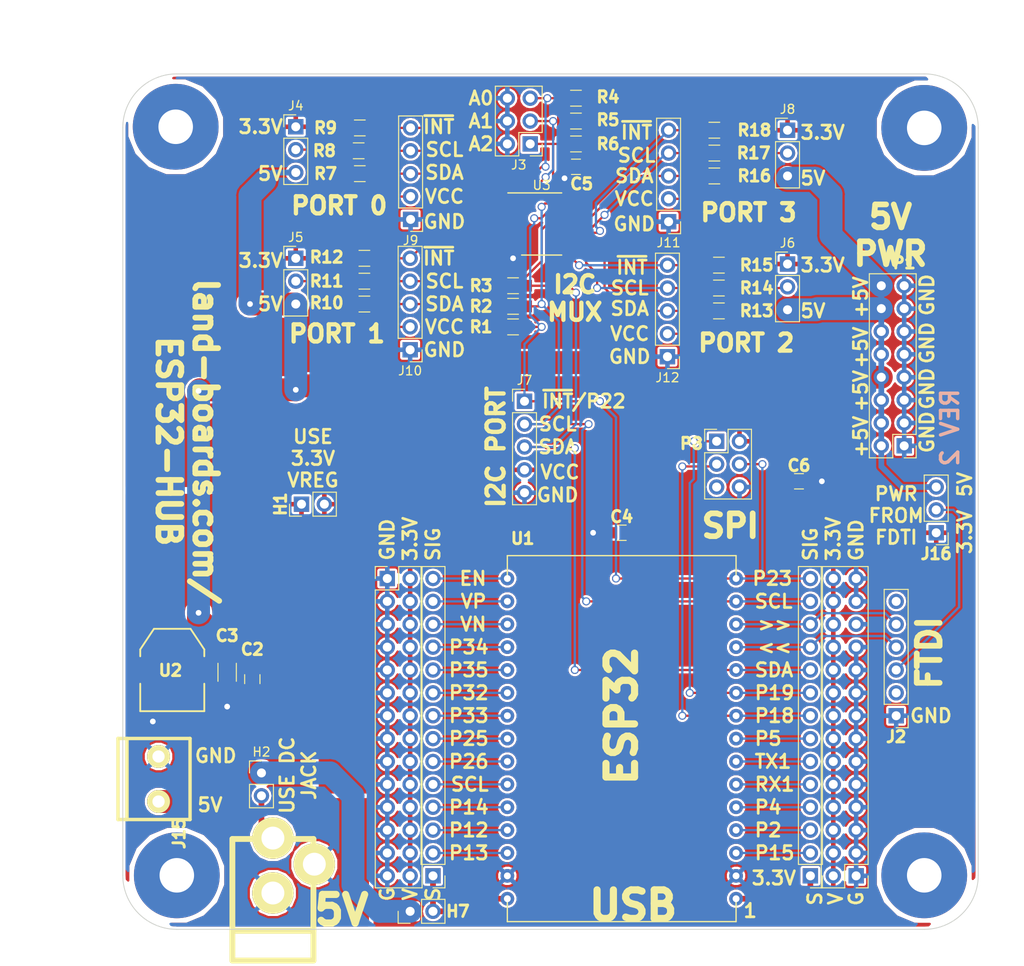
<source format=kicad_pcb>
(kicad_pcb (version 20171130) (host pcbnew "(5.0.2)-1")
  (title_block (title Blue-Pill-Hub) (date 2019-03-03) (rev 2) (company land-boards.com))
  (layers (0 F.Cu signal) (31 B.Cu signal) (36 B.SilkS user) (37 F.SilkS user) (38 B.Mask user) (39 F.Mask user) (44 Edge.Cuts user))
  (net 0 "")
  (net 1 +5V)
  (net 2 GND)
  (net 3 +3V3)
  (net 4 /VO3)
  (net 5 /STM_SDA)
  (net 6 /STM_SCL)
  (net 7 /SD0)
  (net 8 /A2)
  (net 9 /A1)
  (net 10 /A0)
  (net 11 "Net-(J4-Pad2)")
  (net 12 /DCIN)
  (net 13 "Net-(H7-Pad2)")
  (net 14 "Net-(J16-Pad2)")
  (net 15 /GP13)
  (net 16 /GP12)
  (net 17 /GP14)
  (net 18 /GP26)
  (net 19 /GP25)
  (net 20 /GP33)
  (net 21 /GP32)
  (net 22 /GP35)
  (net 23 /GP34)
  (net 24 /TX0)
  (net 25 /RX0)
  (net 26 /GP19)
  (net 27 /GP18)
  (net 28 /GP5)
  (net 29 /TX2)
  (net 30 /RX1)
  (net 31 /GP4)
  (net 32 /GP2)
  (net 33 /GP15)
  (net 34 /INT0)
  (net 35 /SC0)
  (net 36 /INT1)
  (net 37 /SC1)
  (net 38 /SD1)
  (net 39 /INT2)
  (net 40 /SC2)
  (net 41 /SD2)
  (net 42 /INT3)
  (net 43 /SC3)
  (net 44 /SD3)
  (net 45 /GP27)
  (net 46 /EN)
  (net 47 /VP)
  (net 48 /VN)
  (net 49 /GP23)
  (net 50 "Net-(P12-Pad1)")
  (net 51 "Net-(J10-Pad2)")
  (net 52 "Net-(J12-Pad2)")
  (net 53 "Net-(J11-Pad2)")
  (module Capacitors_SMD:C_1206_HandSoldering (layer F.Cu) (at 21.59 76.454 270)
    (fp_text reference C3 (at -4.064 0) (layer F.SilkS) (effects (font (size 1.27 1.27) (thickness 0.3175))))
    (fp_text value 10uF)
    (pad 2 smd rect (at 2 0 270) (size 2 1.6) (layers F.Cu F.Paste F.Mask) (net 2 GND))
    (pad 1 smd rect (at -2 0 270) (size 2 1.6) (layers F.Cu F.Paste F.Mask) (net 4 /VO3))
  )
  (module LandBoards_Conns:DCJ-NEW (layer F.Cu) (at 26.67 100.965 90)
    (fp_text reference J1 hide)
    (fp_text value DCJ0202 hide)
    (pad 2 thru_hole circle (at 0 0 90) (size 4.6 4.6) (drill 2.54) (layers *.Cu *.Mask F.SilkS) (net 2 GND))
    (pad 1 thru_hole circle (at 6.1 0 90) (size 4.6 4.6) (drill 2.54) (layers *.Cu *.Mask F.SilkS) (net 12 /DCIN))
    (pad 3 thru_hole circle (at 3.2 4.6 90) (size 4.6 4.6) (drill 2.54) (layers *.Cu *.Mask F.SilkS) (net 2 GND))
  )
  (module LandBoards_SMD_Packages:SOT223 (layer F.Cu) (at 15.494 76.2)
    (fp_text reference U2 (at -0.2032 0.0508) (layer F.SilkS) (effects (font (size 1.27 1.27) (thickness 0.3175))))
    (fp_text value AP1117 hide)
    (pad 4 smd rect (at 0 -3.302) (size 3.6576 2.032) (layers F.Cu F.Mask) (net 4 /VO3))
    (pad 2 smd rect (at 0 3.302) (size 1.016 2.032) (layers F.Cu F.Mask) (net 4 /VO3))
    (pad 3 smd rect (at 2.286 3.302) (size 1.016 2.032) (layers F.Cu F.Mask) (net 1 +5V))
    (pad 1 smd rect (at -2.286 3.302) (size 1.016 2.032) (layers F.Cu F.Mask) (net 2 GND))
  )
  (module Resistors_SMD:R_0805_HandSoldering (layer F.Cu) (at 53.34 38.1)
    (fp_text reference R1 (at -3.556 0) (layer F.SilkS) (effects (font (size 1.27 1.27) (thickness 0.3175))))
    (fp_text value 10K)
    (pad 1 smd rect (at -1.35 0) (size 1.5 1.3) (layers F.Cu F.Mask) (net 3 +3V3))
    (pad 2 smd rect (at 1.35 0) (size 1.5 1.3) (layers F.Cu F.Mask) (net 6 /STM_SCL))
  )
  (module Resistors_SMD:R_0805_HandSoldering (layer F.Cu) (at 53.34 35.814)
    (fp_text reference R2 (at -3.556 0) (layer F.SilkS) (effects (font (size 1.27 1.27) (thickness 0.3175))))
    (fp_text value 2.2K)
    (pad 1 smd rect (at -1.35 0) (size 1.5 1.3) (layers F.Cu F.Mask) (net 3 +3V3))
    (pad 2 smd rect (at 1.35 0) (size 1.5 1.3) (layers F.Cu F.Mask) (net 5 /STM_SDA))
  )
  (module Resistors_SMD:R_0805_HandSoldering (layer F.Cu) (at 53.34 33.528)
    (fp_text reference R3 (at -3.556 0) (layer F.SilkS) (effects (font (size 1.27 1.27) (thickness 0.3175))))
    (fp_text value 2.2K)
    (pad 1 smd rect (at -1.35 0) (size 1.5 1.3) (layers F.Cu F.Mask) (net 3 +3V3))
    (pad 2 smd rect (at 1.35 0) (size 1.5 1.3) (layers F.Cu F.Mask) (net 49 /GP23))
  )
  (module Resistors_SMD:R_0805_HandSoldering (layer F.Cu) (at 60.325 12.7 180)
    (fp_text reference R4 (at -3.556 0.127 180) (layer F.SilkS) (effects (font (size 1.27 1.27) (thickness 0.3175))))
    (fp_text value 10K)
    (pad 1 smd rect (at -1.35 0 180) (size 1.5 1.3) (layers F.Cu F.Mask) (net 3 +3V3))
    (pad 2 smd rect (at 1.35 0 180) (size 1.5 1.3) (layers F.Cu F.Mask) (net 10 /A0))
  )
  (module Resistors_SMD:R_0805_HandSoldering (layer F.Cu) (at 60.325 15.24 180)
    (fp_text reference R5 (at -3.556 0.127 180) (layer F.SilkS) (effects (font (size 1.27 1.27) (thickness 0.3175))))
    (fp_text value 10K)
    (pad 1 smd rect (at -1.35 0 180) (size 1.5 1.3) (layers F.Cu F.Mask) (net 3 +3V3))
    (pad 2 smd rect (at 1.35 0 180) (size 1.5 1.3) (layers F.Cu F.Mask) (net 9 /A1))
  )
  (module Resistors_SMD:R_0805_HandSoldering (layer F.Cu) (at 60.325 17.78 180)
    (fp_text reference R6 (at -3.556 0 180) (layer F.SilkS) (effects (font (size 1.27 1.27) (thickness 0.3175))))
    (fp_text value 10K)
    (pad 1 smd rect (at -1.35 0 180) (size 1.5 1.3) (layers F.Cu F.Mask) (net 3 +3V3))
    (pad 2 smd rect (at 1.35 0 180) (size 1.5 1.3) (layers F.Cu F.Mask) (net 8 /A2))
  )
  (module Resistors_SMD:R_0805_HandSoldering (layer F.Cu) (at 36.322 21.082)
    (fp_text reference R7 (at -3.81 0) (layer F.SilkS) (effects (font (size 1.27 1.27) (thickness 0.3175))))
    (fp_text value 2.2K)
    (pad 1 smd rect (at -1.35 0) (size 1.5 1.3) (layers F.Cu F.Mask) (net 11 "Net-(J4-Pad2)"))
    (pad 2 smd rect (at 1.35 0) (size 1.5 1.3) (layers F.Cu F.Mask) (net 7 /SD0))
  )
  (module Resistors_SMD:R_0805_HandSoldering (layer F.Cu) (at 36.195 18.542)
    (fp_text reference R8 (at -3.81 0) (layer F.SilkS) (effects (font (size 1.27 1.27) (thickness 0.3175))))
    (fp_text value 2.2K)
    (pad 1 smd rect (at -1.35 0) (size 1.5 1.3) (layers F.Cu F.Mask) (net 11 "Net-(J4-Pad2)"))
    (pad 2 smd rect (at 1.35 0) (size 1.5 1.3) (layers F.Cu F.Mask) (net 35 /SC0))
  )
  (module Resistors_SMD:R_0805_HandSoldering (layer F.Cu) (at 36.322 16.002)
    (fp_text reference R9 (at -3.81 0) (layer F.SilkS) (effects (font (size 1.27 1.27) (thickness 0.3175))))
    (fp_text value 10K)
    (pad 1 smd rect (at -1.35 0) (size 1.5 1.3) (layers F.Cu F.Mask) (net 11 "Net-(J4-Pad2)"))
    (pad 2 smd rect (at 1.35 0) (size 1.5 1.3) (layers F.Cu F.Mask) (net 34 /INT0))
  )
  (module Resistors_SMD:R_0805_HandSoldering (layer F.Cu) (at 36.83 35.56)
    (fp_text reference R10 (at -4.191 -0.127) (layer F.SilkS) (effects (font (size 1.27 1.27) (thickness 0.3175))))
    (fp_text value 2.2K)
    (pad 1 smd rect (at -1.35 0) (size 1.5 1.3) (layers F.Cu F.Mask) (net 51 "Net-(J10-Pad2)"))
    (pad 2 smd rect (at 1.35 0) (size 1.5 1.3) (layers F.Cu F.Mask) (net 38 /SD1))
  )
  (module Resistors_SMD:R_0805_HandSoldering (layer F.Cu) (at 36.83 33.02)
    (fp_text reference R11 (at -4.191 0) (layer F.SilkS) (effects (font (size 1.27 1.27) (thickness 0.3175))))
    (fp_text value 2.2K)
    (pad 1 smd rect (at -1.35 0) (size 1.5 1.3) (layers F.Cu F.Mask) (net 51 "Net-(J10-Pad2)"))
    (pad 2 smd rect (at 1.35 0) (size 1.5 1.3) (layers F.Cu F.Mask) (net 37 /SC1))
  )
  (module Resistors_SMD:R_0805_HandSoldering (layer F.Cu) (at 36.83 30.48)
    (fp_text reference R12 (at -4.191 -0.127) (layer F.SilkS) (effects (font (size 1.27 1.27) (thickness 0.3175))))
    (fp_text value 10K)
    (pad 1 smd rect (at -1.35 0) (size 1.5 1.3) (layers F.Cu F.Mask) (net 51 "Net-(J10-Pad2)"))
    (pad 2 smd rect (at 1.35 0) (size 1.5 1.3) (layers F.Cu F.Mask) (net 36 /INT1))
  )
  (module Resistors_SMD:R_0805_HandSoldering (layer F.Cu) (at 76.2 36.322 180)
    (fp_text reference R13 (at -4.191 0 180) (layer F.SilkS) (effects (font (size 1.27 1.27) (thickness 0.3175))))
    (fp_text value 2.2K)
    (pad 1 smd rect (at -1.35 0 180) (size 1.5 1.3) (layers F.Cu F.Mask) (net 52 "Net-(J12-Pad2)"))
    (pad 2 smd rect (at 1.35 0 180) (size 1.5 1.3) (layers F.Cu F.Mask) (net 41 /SD2))
  )
  (module Resistors_SMD:R_0805_HandSoldering (layer F.Cu) (at 76.2 33.782 180)
    (fp_text reference R14 (at -4.191 0 180) (layer F.SilkS) (effects (font (size 1.27 1.27) (thickness 0.3175))))
    (fp_text value 2.2K)
    (pad 1 smd rect (at -1.35 0 180) (size 1.5 1.3) (layers F.Cu F.Mask) (net 52 "Net-(J12-Pad2)"))
    (pad 2 smd rect (at 1.35 0 180) (size 1.5 1.3) (layers F.Cu F.Mask) (net 40 /SC2))
  )
  (module Resistors_SMD:R_0805_HandSoldering (layer F.Cu) (at 76.2 31.242 180)
    (fp_text reference R15 (at -4.191 0 180) (layer F.SilkS) (effects (font (size 1.27 1.27) (thickness 0.3175))))
    (fp_text value 10K)
    (pad 1 smd rect (at -1.35 0 180) (size 1.5 1.3) (layers F.Cu F.Mask) (net 52 "Net-(J12-Pad2)"))
    (pad 2 smd rect (at 1.35 0 180) (size 1.5 1.3) (layers F.Cu F.Mask) (net 39 /INT2))
  )
  (module Resistors_SMD:R_0805_HandSoldering (layer F.Cu) (at 75.692 21.336 180)
    (fp_text reference R16 (at -4.445 0 180) (layer F.SilkS) (effects (font (size 1.27 1.27) (thickness 0.3175))))
    (fp_text value 2.2K)
    (pad 1 smd rect (at -1.35 0 180) (size 1.5 1.3) (layers F.Cu F.Mask) (net 53 "Net-(J11-Pad2)"))
    (pad 2 smd rect (at 1.35 0 180) (size 1.5 1.3) (layers F.Cu F.Mask) (net 44 /SD3))
  )
  (module Resistors_SMD:R_0805_HandSoldering (layer F.Cu) (at 75.692 18.796 180)
    (fp_text reference R17 (at -4.365 0 180) (layer F.SilkS) (effects (font (size 1.27 1.27) (thickness 0.3175))))
    (fp_text value 2.2K)
    (pad 1 smd rect (at -1.35 0 180) (size 1.5 1.3) (layers F.Cu F.Mask) (net 53 "Net-(J11-Pad2)"))
    (pad 2 smd rect (at 1.35 0 180) (size 1.5 1.3) (layers F.Cu F.Mask) (net 43 /SC3))
  )
  (module Resistors_SMD:R_0805_HandSoldering (layer F.Cu) (at 75.692 16.256 180)
    (fp_text reference R18 (at -4.445 0 180) (layer F.SilkS) (effects (font (size 1.27 1.27) (thickness 0.3175))))
    (fp_text value 10K)
    (pad 1 smd rect (at -1.35 0 180) (size 1.5 1.3) (layers F.Cu F.Mask) (net 53 "Net-(J11-Pad2)"))
    (pad 2 smd rect (at 1.35 0 180) (size 1.5 1.3) (layers F.Cu F.Mask) (net 42 /INT3))
  )
  (module Capacitors_SMD:C_0805_HandSoldering (layer F.Cu) (at 24.384 77.216 270)
    (fp_text reference C2 (at -3.302 0) (layer F.SilkS) (effects (font (size 1.27 1.27) (thickness 0.3175))))
    (fp_text value 0.1uF)
    (pad 2 smd rect (at 1.25 0 270) (size 1.5 1.25) (layers F.Cu F.Paste F.Mask) (net 2 GND))
    (pad 1 smd rect (at -1.25 0 270) (size 1.5 1.25) (layers F.Cu F.Paste F.Mask) (net 4 /VO3))
  )
  (module Capacitors_SMD:C_0805_HandSoldering (layer F.Cu) (at 65.405 60.96 180)
    (fp_text reference C4 (at 0 1.778 180) (layer F.SilkS) (effects (font (size 1.27 1.27) (thickness 0.3175))))
    (fp_text value 0.1uF)
    (pad 2 smd rect (at 1.25 0 180) (size 1.5 1.25) (layers F.Cu F.Paste F.Mask) (net 2 GND))
    (pad 1 smd rect (at -1.25 0 180) (size 1.5 1.25) (layers F.Cu F.Paste F.Mask) (net 3 +3V3))
  )
  (module Capacitors_SMD:C_0805_HandSoldering (layer F.Cu) (at 60.325 20.32 180)
    (fp_text reference C5 (at -0.635 -1.905 180) (layer F.SilkS) (effects (font (size 1.27 1.27) (thickness 0.3175))))
    (fp_text value 0.1uF)
    (pad 1 smd rect (at -1.25 0 180) (size 1.5 1.25) (layers F.Cu F.Paste F.Mask) (net 3 +3V3))
    (pad 2 smd rect (at 1.25 0 180) (size 1.5 1.25) (layers F.Cu F.Paste F.Mask) (net 2 GND))
  )
  (module Capacitors_SMD:C_0805_HandSoldering (layer F.Cu) (at 85.09 55.245)
    (fp_text reference C6 (at 0 -1.75) (layer F.SilkS) (effects (font (size 1.27 1.27) (thickness 0.3175))))
    (fp_text value 0.1uF)
    (pad 2 smd rect (at 1.25 0) (size 1.5 1.25) (layers F.Cu F.Paste F.Mask) (net 2 GND))
    (pad 1 smd rect (at -1.25 0) (size 1.5 1.25) (layers F.Cu F.Paste F.Mask) (net 3 +3V3))
  )
  (module Pin_Headers:Pin_Header_Straight_2x08_Pitch2.54mm (layer F.Cu) (at 96.774 51.308 180)
    (fp_text reference P1 (at 0 20.32 180) (layer F.SilkS) (effects (font (size 1.27 1.27) (thickness 0.3175))))
    (fp_text value Conn_02x08_Odd_Even)
    (pad 16 thru_hole oval (at 2.54 17.78 180) (size 1.7 1.7) (drill 1) (layers *.Cu *.Mask) (net 1 +5V))
    (pad 15 thru_hole oval (at 0 17.78 180) (size 1.7 1.7) (drill 1) (layers *.Cu *.Mask) (net 2 GND))
    (pad 14 thru_hole oval (at 2.54 15.24 180) (size 1.7 1.7) (drill 1) (layers *.Cu *.Mask) (net 1 +5V))
    (pad 13 thru_hole oval (at 0 15.24 180) (size 1.7 1.7) (drill 1) (layers *.Cu *.Mask) (net 2 GND))
    (pad 12 thru_hole oval (at 2.54 12.7 180) (size 1.7 1.7) (drill 1) (layers *.Cu *.Mask) (net 1 +5V))
    (pad 11 thru_hole oval (at 0 12.7 180) (size 1.7 1.7) (drill 1) (layers *.Cu *.Mask) (net 2 GND))
    (pad 10 thru_hole oval (at 2.54 10.16 180) (size 1.7 1.7) (drill 1) (layers *.Cu *.Mask) (net 1 +5V))
    (pad 9 thru_hole oval (at 0 10.16 180) (size 1.7 1.7) (drill 1) (layers *.Cu *.Mask) (net 2 GND))
    (pad 8 thru_hole oval (at 2.54 7.62 180) (size 1.7 1.7) (drill 1) (layers *.Cu *.Mask) (net 1 +5V))
    (pad 7 thru_hole oval (at 0 7.62 180) (size 1.7 1.7) (drill 1) (layers *.Cu *.Mask) (net 2 GND))
    (pad 6 thru_hole oval (at 2.54 5.08 180) (size 1.7 1.7) (drill 1) (layers *.Cu *.Mask) (net 1 +5V))
    (pad 5 thru_hole oval (at 0 5.08 180) (size 1.7 1.7) (drill 1) (layers *.Cu *.Mask) (net 2 GND))
    (pad 4 thru_hole oval (at 2.54 2.54 180) (size 1.7 1.7) (drill 1) (layers *.Cu *.Mask) (net 1 +5V))
    (pad 3 thru_hole oval (at 0 2.54 180) (size 1.7 1.7) (drill 1) (layers *.Cu *.Mask) (net 2 GND))
    (pad 2 thru_hole oval (at 2.54 0 180) (size 1.7 1.7) (drill 1) (layers *.Cu *.Mask) (net 1 +5V))
    (pad 1 thru_hole rect (at 0 0 180) (size 1.7 1.7) (drill 1) (layers *.Cu *.Mask) (net 2 GND))
  )
  (module Pin_Headers:Pin_Header_Straight_2x03_Pitch2.54mm (layer F.Cu) (at 75.946 50.8)
    (fp_text reference P8 (at -2.794 0.254) (layer F.SilkS) (effects (font (size 1.27 1.27) (thickness 0.3175))))
    (fp_text value Conn_02x03_Odd_Even)
    (pad 6 thru_hole oval (at 2.54 5.08) (size 1.7 1.7) (drill 1) (layers *.Cu *.Mask) (net 2 GND))
    (pad 5 thru_hole oval (at 0 5.08) (size 1.7 1.7) (drill 1) (layers *.Cu *.Mask))
    (pad 4 thru_hole oval (at 2.54 2.54) (size 1.7 1.7) (drill 1) (layers *.Cu *.Mask) (net 49 /GP23))
    (pad 3 thru_hole oval (at 0 2.54) (size 1.7 1.7) (drill 1) (layers *.Cu *.Mask) (net 27 /GP18))
    (pad 2 thru_hole oval (at 2.54 0) (size 1.7 1.7) (drill 1) (layers *.Cu *.Mask) (net 3 +3V3))
    (pad 1 thru_hole rect (at 0 0) (size 1.7 1.7) (drill 1) (layers *.Cu *.Mask) (net 26 /GP19))
  )
  (module Pin_Headers:Pin_Header_Straight_1x02_Pitch2.54mm (layer F.Cu) (at 29.845 57.785 90)
    (fp_text reference H1 (at 0 -2.33 90) (layer F.SilkS) (effects (font (size 1.27 1.27) (thickness 0.3175))))
    (fp_text value Conn_01x02)
    (pad 1 thru_hole rect (at 0 0 90) (size 1.7 1.7) (drill 1) (layers *.Cu *.Mask) (net 4 /VO3))
    (pad 2 thru_hole oval (at 0 2.54 90) (size 1.7 1.7) (drill 1) (layers *.Cu *.Mask) (net 3 +3V3))
  )
  (module Pin_Headers:Pin_Header_Straight_1x02_Pitch2.54mm (layer F.Cu) (at 41.91 103 90)
    (fp_text reference H7 (at 0 5.3 -180) (layer F.SilkS) (effects (font (size 1.27 1.27) (thickness 0.3175))))
    (fp_text value Conn_01x02)
    (pad 2 thru_hole oval (at 0 2.54 90) (size 1.7 1.7) (drill 1) (layers *.Cu *.Mask) (net 13 "Net-(H7-Pad2)"))
    (pad 1 thru_hole rect (at 0 0 90) (size 1.7 1.7) (drill 1) (layers *.Cu *.Mask) (net 1 +5V))
  )
  (module Pin_Headers:Pin_Header_Straight_1x06_Pitch2.54mm (layer F.Cu) (at 95.885 81.28 180)
    (fp_text reference J2 (at 0 -2.33 180) (layer F.SilkS) (effects (font (size 1.27 1.27) (thickness 0.3175))))
    (fp_text value FTDI)
    (pad 6 thru_hole oval (at 0 12.7 180) (size 1.7 1.7) (drill 1) (layers *.Cu *.Mask))
    (pad 5 thru_hole oval (at 0 10.16 180) (size 1.7 1.7) (drill 1) (layers *.Cu *.Mask) (net 24 /TX0))
    (pad 4 thru_hole oval (at 0 7.62 180) (size 1.7 1.7) (drill 1) (layers *.Cu *.Mask) (net 25 /RX0))
    (pad 3 thru_hole oval (at 0 5.08 180) (size 1.7 1.7) (drill 1) (layers *.Cu *.Mask) (net 14 "Net-(J16-Pad2)"))
    (pad 2 thru_hole oval (at 0 2.54 180) (size 1.7 1.7) (drill 1) (layers *.Cu *.Mask))
    (pad 1 thru_hole rect (at 0 0 180) (size 1.7 1.7) (drill 1) (layers *.Cu *.Mask) (net 2 GND))
  )
  (module LandBoards_Conns:TB2-5MM (layer F.Cu) (at 13.97 90.805 90)
    (fp_text reference J15 (at -3.556 2.286 90) (layer F.SilkS) (effects (font (size 1.27 1.27) (thickness 0.3175))))
    (fp_text value Conn_01x02 hide)
    (pad 2 thru_hole circle (at 5 0 90) (size 2.54 2.54) (drill 1.3589) (layers *.Cu *.Mask F.SilkS) (net 2 GND))
    (pad 1 thru_hole circle (at 0 0 90) (size 2.54 2.54) (drill 1.3589) (layers *.Cu *.Mask F.SilkS) (net 1 +5V))
  )
  (module Pin_Headers:Pin_Header_Straight_1x03_Pitch2.54mm (layer F.Cu) (at 100.33 60.96 180)
    (fp_text reference J16 (at 0 -2.33 180) (layer F.SilkS) (effects (font (size 1.27 1.27) (thickness 0.3175))))
    (fp_text value Conn_01x03)
    (pad 3 thru_hole oval (at 0 5.08 180) (size 1.7 1.7) (drill 1) (layers *.Cu *.Mask) (net 1 +5V))
    (pad 2 thru_hole oval (at 0 2.54 180) (size 1.7 1.7) (drill 1) (layers *.Cu *.Mask) (net 14 "Net-(J16-Pad2)"))
    (pad 1 thru_hole rect (at 0 0 180) (size 1.7 1.7) (drill 1) (layers *.Cu *.Mask) (net 3 +3V3))
  )
  (module LandBoards_MountHoles:MTG-6-32 (layer F.Cu) (at 15.875 15.875)
    (fp_text reference MTG1 hide)
    (fp_text value MTG_HOLE hide)
    (pad 1 thru_hole circle (at 0 0) (size 9.525 9.525) (drill 3.8354) (layers *.Cu *.Mask) (clearance 0.508))
  )
  (module LandBoards_MountHoles:MTG-6-32 (layer F.Cu) (at 99 99)
    (fp_text reference MTG2 hide)
    (fp_text value MTG_HOLE hide)
    (pad 1 thru_hole circle (at 0 0) (size 9.525 9.525) (drill 3.8354) (layers *.Cu *.Mask) (clearance 0.508))
  )
  (module LandBoards_MountHoles:MTG-6-32 (layer F.Cu) (at 16 99)
    (fp_text reference MTG3 hide)
    (fp_text value MTG_HOLE hide)
    (pad 1 thru_hole circle (at 0 0) (size 9.525 9.525) (drill 3.8354) (layers *.Cu *.Mask) (clearance 0.508))
  )
  (module LandBoards_MountHoles:MTG-6-32 (layer F.Cu) (at 99 16)
    (fp_text reference MTG?1 hide)
    (fp_text value MTG_HOLE hide)
    (pad 1 thru_hole circle (at 0 0) (size 9.525 9.525) (drill 3.8354) (layers *.Cu *.Mask) (clearance 0.508))
  )
  (module LandBoards_BoardOutlines:ESP32_EXP (layer F.Cu) (at 65.405 101.6 180)
    (fp_text reference U1 (at 11 40 180) (layer F.SilkS) (effects (font (size 1.27 1.27) (thickness 0.3175))))
    (fp_text value ESP32)
    (pad 1 thru_hole circle (at -12.7 0 180) (size 1.524 1.524) (drill 0.762) (layers *.Cu *.Mask) (net 50 "Net-(P12-Pad1)"))
    (pad 2 thru_hole circle (at -12.7 2.54 180) (size 1.524 1.524) (drill 0.762) (layers *.Cu *.Mask) (net 2 GND))
    (pad 3 thru_hole circle (at -12.7 5.08 180) (size 1.524 1.524) (drill 0.762) (layers *.Cu *.Mask) (net 33 /GP15))
    (pad 4 thru_hole circle (at -12.7 7.62 180) (size 1.524 1.524) (drill 0.762) (layers *.Cu *.Mask) (net 32 /GP2))
    (pad 5 thru_hole circle (at -12.7 10.16 180) (size 1.524 1.524) (drill 0.762) (layers *.Cu *.Mask) (net 31 /GP4))
    (pad 6 thru_hole circle (at -12.7 12.7 180) (size 1.524 1.524) (drill 0.762) (layers *.Cu *.Mask) (net 30 /RX1))
    (pad 7 thru_hole circle (at -12.7 15.24 180) (size 1.524 1.524) (drill 0.762) (layers *.Cu *.Mask) (net 29 /TX2))
    (pad 8 thru_hole circle (at -12.7 17.78 180) (size 1.524 1.524) (drill 0.762) (layers *.Cu *.Mask) (net 28 /GP5))
    (pad 9 thru_hole circle (at -12.7 20.32 180) (size 1.524 1.524) (drill 0.762) (layers *.Cu *.Mask) (net 27 /GP18))
    (pad 10 thru_hole circle (at -12.7 22.86 180) (size 1.524 1.524) (drill 0.762) (layers *.Cu *.Mask) (net 26 /GP19))
    (pad 11 thru_hole circle (at -12.7 25.4 180) (size 1.524 1.524) (drill 0.762) (layers *.Cu *.Mask) (net 5 /STM_SDA))
    (pad 12 thru_hole circle (at -12.7 27.94 180) (size 1.524 1.524) (drill 0.762) (layers *.Cu *.Mask) (net 25 /RX0))
    (pad 13 thru_hole circle (at -12.7 30.48 180) (size 1.524 1.524) (drill 0.762) (layers *.Cu *.Mask) (net 24 /TX0))
    (pad 14 thru_hole circle (at -12.7 33.02 180) (size 1.524 1.524) (drill 0.762) (layers *.Cu *.Mask) (net 6 /STM_SCL))
    (pad 15 thru_hole circle (at -12.7 35.56 180) (size 1.524 1.524) (drill 0.762) (layers *.Cu *.Mask) (net 49 /GP23))
    (pad 16 thru_hole circle (at 12.7 35.56 180) (size 1.524 1.524) (drill 0.762) (layers *.Cu *.Mask) (net 46 /EN))
    (pad 17 thru_hole circle (at 12.7 33.02 180) (size 1.524 1.524) (drill 0.762) (layers *.Cu *.Mask) (net 47 /VP))
    (pad 18 thru_hole circle (at 12.7 30.48 180) (size 1.524 1.524) (drill 0.762) (layers *.Cu *.Mask) (net 48 /VN))
    (pad 19 thru_hole circle (at 12.7 27.94 180) (size 1.524 1.524) (drill 0.762) (layers *.Cu *.Mask) (net 23 /GP34))
    (pad 20 thru_hole circle (at 12.7 25.4 180) (size 1.524 1.524) (drill 0.762) (layers *.Cu *.Mask) (net 22 /GP35))
    (pad 21 thru_hole circle (at 12.7 22.86 180) (size 1.524 1.524) (drill 0.762) (layers *.Cu *.Mask) (net 21 /GP32))
    (pad 22 thru_hole circle (at 12.7 20.32 180) (size 1.524 1.524) (drill 0.762) (layers *.Cu *.Mask) (net 20 /GP33))
    (pad 23 thru_hole circle (at 12.7 17.78 180) (size 1.524 1.524) (drill 0.762) (layers *.Cu *.Mask) (net 19 /GP25))
    (pad 24 thru_hole circle (at 12.7 15.24 180) (size 1.524 1.524) (drill 0.762) (layers *.Cu *.Mask) (net 18 /GP26))
    (pad 25 thru_hole circle (at 12.7 12.7 180) (size 1.524 1.524) (drill 0.762) (layers *.Cu *.Mask) (net 45 /GP27))
    (pad 26 thru_hole circle (at 12.7 10.16 180) (size 1.524 1.524) (drill 0.762) (layers *.Cu *.Mask) (net 17 /GP14))
    (pad 27 thru_hole circle (at 12.7 7.62 180) (size 1.524 1.524) (drill 0.762) (layers *.Cu *.Mask) (net 16 /GP12))
    (pad 28 thru_hole circle (at 12.7 5.08 180) (size 1.524 1.524) (drill 0.762) (layers *.Cu *.Mask) (net 15 /GP13))
    (pad 29 thru_hole circle (at 12.7 2.54 180) (size 1.524 1.524) (drill 0.762) (layers *.Cu *.Mask) (net 2 GND))
    (pad 30 thru_hole circle (at 12.7 0 180) (size 1.524 1.524) (drill 0.762) (layers *.Cu *.Mask) (net 13 "Net-(H7-Pad2)"))
  )
  (module Pin_Headers:Pin_Header_Straight_2x14_Pitch2.54mm (layer F.Cu) (at 39.37 66.04)
    (fp_text reference P2 hide)
    (fp_text value Conn_02x14_Odd_Even)
    (pad 28 thru_hole oval (at 2.54 33.02) (size 1.7 1.7) (drill 1) (layers *.Cu *.Mask) (net 3 +3V3))
    (pad 27 thru_hole oval (at 0 33.02) (size 1.7 1.7) (drill 1) (layers *.Cu *.Mask) (net 2 GND))
    (pad 26 thru_hole oval (at 2.54 30.48) (size 1.7 1.7) (drill 1) (layers *.Cu *.Mask) (net 3 +3V3))
    (pad 25 thru_hole oval (at 0 30.48) (size 1.7 1.7) (drill 1) (layers *.Cu *.Mask) (net 2 GND))
    (pad 24 thru_hole oval (at 2.54 27.94) (size 1.7 1.7) (drill 1) (layers *.Cu *.Mask) (net 3 +3V3))
    (pad 23 thru_hole oval (at 0 27.94) (size 1.7 1.7) (drill 1) (layers *.Cu *.Mask) (net 2 GND))
    (pad 22 thru_hole oval (at 2.54 25.4) (size 1.7 1.7) (drill 1) (layers *.Cu *.Mask) (net 3 +3V3))
    (pad 21 thru_hole oval (at 0 25.4) (size 1.7 1.7) (drill 1) (layers *.Cu *.Mask) (net 2 GND))
    (pad 20 thru_hole oval (at 2.54 22.86) (size 1.7 1.7) (drill 1) (layers *.Cu *.Mask) (net 3 +3V3))
    (pad 19 thru_hole oval (at 0 22.86) (size 1.7 1.7) (drill 1) (layers *.Cu *.Mask) (net 2 GND))
    (pad 18 thru_hole oval (at 2.54 20.32) (size 1.7 1.7) (drill 1) (layers *.Cu *.Mask) (net 3 +3V3))
    (pad 17 thru_hole oval (at 0 20.32) (size 1.7 1.7) (drill 1) (layers *.Cu *.Mask) (net 2 GND))
    (pad 16 thru_hole oval (at 2.54 17.78) (size 1.7 1.7) (drill 1) (layers *.Cu *.Mask) (net 3 +3V3))
    (pad 15 thru_hole oval (at 0 17.78) (size 1.7 1.7) (drill 1) (layers *.Cu *.Mask) (net 2 GND))
    (pad 14 thru_hole oval (at 2.54 15.24) (size 1.7 1.7) (drill 1) (layers *.Cu *.Mask) (net 3 +3V3))
    (pad 13 thru_hole oval (at 0 15.24) (size 1.7 1.7) (drill 1) (layers *.Cu *.Mask) (net 2 GND))
    (pad 12 thru_hole oval (at 2.54 12.7) (size 1.7 1.7) (drill 1) (layers *.Cu *.Mask) (net 3 +3V3))
    (pad 11 thru_hole oval (at 0 12.7) (size 1.7 1.7) (drill 1) (layers *.Cu *.Mask) (net 2 GND))
    (pad 10 thru_hole oval (at 2.54 10.16) (size 1.7 1.7) (drill 1) (layers *.Cu *.Mask) (net 3 +3V3))
    (pad 9 thru_hole oval (at 0 10.16) (size 1.7 1.7) (drill 1) (layers *.Cu *.Mask) (net 2 GND))
    (pad 8 thru_hole oval (at 2.54 7.62) (size 1.7 1.7) (drill 1) (layers *.Cu *.Mask) (net 3 +3V3))
    (pad 7 thru_hole oval (at 0 7.62) (size 1.7 1.7) (drill 1) (layers *.Cu *.Mask) (net 2 GND))
    (pad 6 thru_hole oval (at 2.54 5.08) (size 1.7 1.7) (drill 1) (layers *.Cu *.Mask) (net 3 +3V3))
    (pad 5 thru_hole oval (at 0 5.08) (size 1.7 1.7) (drill 1) (layers *.Cu *.Mask) (net 2 GND))
    (pad 4 thru_hole oval (at 2.54 2.54) (size 1.7 1.7) (drill 1) (layers *.Cu *.Mask) (net 3 +3V3))
    (pad 3 thru_hole oval (at 0 2.54) (size 1.7 1.7) (drill 1) (layers *.Cu *.Mask) (net 2 GND))
    (pad 2 thru_hole oval (at 2.54 0) (size 1.7 1.7) (drill 1) (layers *.Cu *.Mask) (net 3 +3V3))
    (pad 1 thru_hole rect (at 0 0) (size 1.7 1.7) (drill 1) (layers *.Cu *.Mask) (net 2 GND))
  )
  (module Pin_Headers:Pin_Header_Straight_2x14_Pitch2.54mm (layer F.Cu) (at 91.44 99.06 180)
    (fp_text reference P11 hide)
    (fp_text value Conn_02x14_Odd_Even)
    (pad 28 thru_hole oval (at 2.54 33.02 180) (size 1.7 1.7) (drill 1) (layers *.Cu *.Mask) (net 3 +3V3))
    (pad 27 thru_hole oval (at 0 33.02 180) (size 1.7 1.7) (drill 1) (layers *.Cu *.Mask) (net 2 GND))
    (pad 26 thru_hole oval (at 2.54 30.48 180) (size 1.7 1.7) (drill 1) (layers *.Cu *.Mask) (net 3 +3V3))
    (pad 25 thru_hole oval (at 0 30.48 180) (size 1.7 1.7) (drill 1) (layers *.Cu *.Mask) (net 2 GND))
    (pad 24 thru_hole oval (at 2.54 27.94 180) (size 1.7 1.7) (drill 1) (layers *.Cu *.Mask) (net 3 +3V3))
    (pad 23 thru_hole oval (at 0 27.94 180) (size 1.7 1.7) (drill 1) (layers *.Cu *.Mask) (net 2 GND))
    (pad 22 thru_hole oval (at 2.54 25.4 180) (size 1.7 1.7) (drill 1) (layers *.Cu *.Mask) (net 3 +3V3))
    (pad 21 thru_hole oval (at 0 25.4 180) (size 1.7 1.7) (drill 1) (layers *.Cu *.Mask) (net 2 GND))
    (pad 20 thru_hole oval (at 2.54 22.86 180) (size 1.7 1.7) (drill 1) (layers *.Cu *.Mask) (net 3 +3V3))
    (pad 19 thru_hole oval (at 0 22.86 180) (size 1.7 1.7) (drill 1) (layers *.Cu *.Mask) (net 2 GND))
    (pad 18 thru_hole oval (at 2.54 20.32 180) (size 1.7 1.7) (drill 1) (layers *.Cu *.Mask) (net 3 +3V3))
    (pad 17 thru_hole oval (at 0 20.32 180) (size 1.7 1.7) (drill 1) (layers *.Cu *.Mask) (net 2 GND))
    (pad 16 thru_hole oval (at 2.54 17.78 180) (size 1.7 1.7) (drill 1) (layers *.Cu *.Mask) (net 3 +3V3))
    (pad 15 thru_hole oval (at 0 17.78 180) (size 1.7 1.7) (drill 1) (layers *.Cu *.Mask) (net 2 GND))
    (pad 14 thru_hole oval (at 2.54 15.24 180) (size 1.7 1.7) (drill 1) (layers *.Cu *.Mask) (net 3 +3V3))
    (pad 13 thru_hole oval (at 0 15.24 180) (size 1.7 1.7) (drill 1) (layers *.Cu *.Mask) (net 2 GND))
    (pad 12 thru_hole oval (at 2.54 12.7 180) (size 1.7 1.7) (drill 1) (layers *.Cu *.Mask) (net 3 +3V3))
    (pad 11 thru_hole oval (at 0 12.7 180) (size 1.7 1.7) (drill 1) (layers *.Cu *.Mask) (net 2 GND))
    (pad 10 thru_hole oval (at 2.54 10.16 180) (size 1.7 1.7) (drill 1) (layers *.Cu *.Mask) (net 3 +3V3))
    (pad 9 thru_hole oval (at 0 10.16 180) (size 1.7 1.7) (drill 1) (layers *.Cu *.Mask) (net 2 GND))
    (pad 8 thru_hole oval (at 2.54 7.62 180) (size 1.7 1.7) (drill 1) (layers *.Cu *.Mask) (net 3 +3V3))
    (pad 7 thru_hole oval (at 0 7.62 180) (size 1.7 1.7) (drill 1) (layers *.Cu *.Mask) (net 2 GND))
    (pad 6 thru_hole oval (at 2.54 5.08 180) (size 1.7 1.7) (drill 1) (layers *.Cu *.Mask) (net 3 +3V3))
    (pad 5 thru_hole oval (at 0 5.08 180) (size 1.7 1.7) (drill 1) (layers *.Cu *.Mask) (net 2 GND))
    (pad 4 thru_hole oval (at 2.54 2.54 180) (size 1.7 1.7) (drill 1) (layers *.Cu *.Mask) (net 3 +3V3))
    (pad 3 thru_hole oval (at 0 2.54 180) (size 1.7 1.7) (drill 1) (layers *.Cu *.Mask) (net 2 GND))
    (pad 2 thru_hole oval (at 2.54 0 180) (size 1.7 1.7) (drill 1) (layers *.Cu *.Mask) (net 3 +3V3))
    (pad 1 thru_hole rect (at 0 0 180) (size 1.7 1.7) (drill 1) (layers *.Cu *.Mask) (net 2 GND))
  )
  (module Pin_Headers:Pin_Header_Straight_1x14_Pitch2.54mm (layer F.Cu) (at 86.36 99.06 180)
    (fp_text reference P12 hide)
    (fp_text value Conn_01x14)
    (pad 1 thru_hole rect (at 0 0 180) (size 1.7 1.7) (drill 1) (layers *.Cu *.Mask) (net 50 "Net-(P12-Pad1)"))
    (pad 2 thru_hole oval (at 0 2.54 180) (size 1.7 1.7) (drill 1) (layers *.Cu *.Mask) (net 33 /GP15))
    (pad 3 thru_hole oval (at 0 5.08 180) (size 1.7 1.7) (drill 1) (layers *.Cu *.Mask) (net 32 /GP2))
    (pad 4 thru_hole oval (at 0 7.62 180) (size 1.7 1.7) (drill 1) (layers *.Cu *.Mask) (net 31 /GP4))
    (pad 5 thru_hole oval (at 0 10.16 180) (size 1.7 1.7) (drill 1) (layers *.Cu *.Mask) (net 30 /RX1))
    (pad 6 thru_hole oval (at 0 12.7 180) (size 1.7 1.7) (drill 1) (layers *.Cu *.Mask) (net 29 /TX2))
    (pad 7 thru_hole oval (at 0 15.24 180) (size 1.7 1.7) (drill 1) (layers *.Cu *.Mask) (net 28 /GP5))
    (pad 8 thru_hole oval (at 0 17.78 180) (size 1.7 1.7) (drill 1) (layers *.Cu *.Mask) (net 27 /GP18))
    (pad 9 thru_hole oval (at 0 20.32 180) (size 1.7 1.7) (drill 1) (layers *.Cu *.Mask) (net 26 /GP19))
    (pad 10 thru_hole oval (at 0 22.86 180) (size 1.7 1.7) (drill 1) (layers *.Cu *.Mask) (net 5 /STM_SDA))
    (pad 11 thru_hole oval (at 0 25.4 180) (size 1.7 1.7) (drill 1) (layers *.Cu *.Mask) (net 25 /RX0))
    (pad 12 thru_hole oval (at 0 27.94 180) (size 1.7 1.7) (drill 1) (layers *.Cu *.Mask) (net 24 /TX0))
    (pad 13 thru_hole oval (at 0 30.48 180) (size 1.7 1.7) (drill 1) (layers *.Cu *.Mask) (net 6 /STM_SCL))
    (pad 14 thru_hole oval (at 0 33.02 180) (size 1.7 1.7) (drill 1) (layers *.Cu *.Mask) (net 49 /GP23))
  )
  (module Pin_Headers:Pin_Header_Straight_1x14_Pitch2.54mm (layer F.Cu) (at 44.45 99.06 180)
    (fp_text reference P13 hide)
    (fp_text value Conn_01x14)
    (pad 14 thru_hole oval (at 0 33.02 180) (size 1.7 1.7) (drill 1) (layers *.Cu *.Mask) (net 46 /EN))
    (pad 13 thru_hole oval (at 0 30.48 180) (size 1.7 1.7) (drill 1) (layers *.Cu *.Mask) (net 47 /VP))
    (pad 12 thru_hole oval (at 0 27.94 180) (size 1.7 1.7) (drill 1) (layers *.Cu *.Mask) (net 48 /VN))
    (pad 11 thru_hole oval (at 0 25.4 180) (size 1.7 1.7) (drill 1) (layers *.Cu *.Mask) (net 23 /GP34))
    (pad 10 thru_hole oval (at 0 22.86 180) (size 1.7 1.7) (drill 1) (layers *.Cu *.Mask) (net 22 /GP35))
    (pad 9 thru_hole oval (at 0 20.32 180) (size 1.7 1.7) (drill 1) (layers *.Cu *.Mask) (net 21 /GP32))
    (pad 8 thru_hole oval (at 0 17.78 180) (size 1.7 1.7) (drill 1) (layers *.Cu *.Mask) (net 20 /GP33))
    (pad 7 thru_hole oval (at 0 15.24 180) (size 1.7 1.7) (drill 1) (layers *.Cu *.Mask) (net 19 /GP25))
    (pad 6 thru_hole oval (at 0 12.7 180) (size 1.7 1.7) (drill 1) (layers *.Cu *.Mask) (net 18 /GP26))
    (pad 5 thru_hole oval (at 0 10.16 180) (size 1.7 1.7) (drill 1) (layers *.Cu *.Mask) (net 45 /GP27))
    (pad 4 thru_hole oval (at 0 7.62 180) (size 1.7 1.7) (drill 1) (layers *.Cu *.Mask) (net 17 /GP14))
    (pad 3 thru_hole oval (at 0 5.08 180) (size 1.7 1.7) (drill 1) (layers *.Cu *.Mask) (net 16 /GP12))
    (pad 2 thru_hole oval (at 0 2.54 180) (size 1.7 1.7) (drill 1) (layers *.Cu *.Mask) (net 15 /GP13))
    (pad 1 thru_hole rect (at 0 0 180) (size 1.7 1.7) (drill 1) (layers *.Cu *.Mask) (net 13 "Net-(H7-Pad2)"))
  )
  (module Housings_SSOP:TSSOP-20_4.4x6.5mm_Pitch0.65mm (layer F.Cu) (at 56.515 26.67)
    (fp_text reference U3 (at 0 -4.3) (layer F.SilkS))
    (fp_text value TCA9544A)
    (pad 20 smd rect (at 2.95 -2.925) (size 1.45 0.45) (layers F.Cu F.Paste F.Mask) (net 3 +3V3))
    (pad 19 smd rect (at 2.95 -2.275) (size 1.45 0.45) (layers F.Cu F.Paste F.Mask) (net 5 /STM_SDA))
    (pad 18 smd rect (at 2.95 -1.625) (size 1.45 0.45) (layers F.Cu F.Paste F.Mask) (net 6 /STM_SCL))
    (pad 17 smd rect (at 2.95 -0.975) (size 1.45 0.45) (layers F.Cu F.Paste F.Mask) (net 49 /GP23))
    (pad 16 smd rect (at 2.95 -0.325) (size 1.45 0.45) (layers F.Cu F.Paste F.Mask) (net 44 /SD3))
    (pad 15 smd rect (at 2.95 0.325) (size 1.45 0.45) (layers F.Cu F.Paste F.Mask) (net 43 /SC3))
    (pad 14 smd rect (at 2.95 0.975) (size 1.45 0.45) (layers F.Cu F.Paste F.Mask) (net 42 /INT3))
    (pad 13 smd rect (at 2.95 1.625) (size 1.45 0.45) (layers F.Cu F.Paste F.Mask) (net 41 /SD2))
    (pad 12 smd rect (at 2.95 2.275) (size 1.45 0.45) (layers F.Cu F.Paste F.Mask) (net 40 /SC2))
    (pad 11 smd rect (at 2.95 2.925) (size 1.45 0.45) (layers F.Cu F.Paste F.Mask) (net 39 /INT2))
    (pad 10 smd rect (at -2.95 2.925) (size 1.45 0.45) (layers F.Cu F.Paste F.Mask) (net 2 GND))
    (pad 9 smd rect (at -2.95 2.275) (size 1.45 0.45) (layers F.Cu F.Paste F.Mask) (net 38 /SD1))
    (pad 8 smd rect (at -2.95 1.625) (size 1.45 0.45) (layers F.Cu F.Paste F.Mask) (net 37 /SC1))
    (pad 7 smd rect (at -2.95 0.975) (size 1.45 0.45) (layers F.Cu F.Paste F.Mask) (net 36 /INT1))
    (pad 6 smd rect (at -2.95 0.325) (size 1.45 0.45) (layers F.Cu F.Paste F.Mask) (net 7 /SD0))
    (pad 5 smd rect (at -2.95 -0.325) (size 1.45 0.45) (layers F.Cu F.Paste F.Mask) (net 35 /SC0))
    (pad 4 smd rect (at -2.95 -0.975) (size 1.45 0.45) (layers F.Cu F.Paste F.Mask) (net 34 /INT0))
    (pad 3 smd rect (at -2.95 -1.625) (size 1.45 0.45) (layers F.Cu F.Paste F.Mask) (net 8 /A2))
    (pad 2 smd rect (at -2.95 -2.275) (size 1.45 0.45) (layers F.Cu F.Paste F.Mask) (net 9 /A1))
    (pad 1 smd rect (at -2.95 -2.925) (size 1.45 0.45) (layers F.Cu F.Paste F.Mask) (net 10 /A0))
  )
  (module Pin_Headers:Pin_Header_Straight_1x05_Pitch2.54mm (layer F.Cu) (at 41.96 26.162 180)
    (fp_text reference J9 (at 0 -2.33 180) (layer F.SilkS))
    (fp_text value Conn_01x05)
    (pad 5 thru_hole oval (at 0 10.16 180) (size 1.7 1.7) (drill 1) (layers *.Cu *.Mask) (net 34 /INT0))
    (pad 4 thru_hole oval (at 0 7.62 180) (size 1.7 1.7) (drill 1) (layers *.Cu *.Mask) (net 35 /SC0))
    (pad 3 thru_hole oval (at 0 5.08 180) (size 1.7 1.7) (drill 1) (layers *.Cu *.Mask) (net 7 /SD0))
    (pad 2 thru_hole oval (at 0 2.54 180) (size 1.7 1.7) (drill 1) (layers *.Cu *.Mask) (net 11 "Net-(J4-Pad2)"))
    (pad 1 thru_hole rect (at 0 0 180) (size 1.7 1.7) (drill 1) (layers *.Cu *.Mask) (net 2 GND))
  )
  (module Pin_Headers:Pin_Header_Straight_1x05_Pitch2.54mm (layer F.Cu) (at 41.91 40.64 180)
    (fp_text reference J10 (at 0 -2.33 180) (layer F.SilkS))
    (fp_text value Conn_01x05)
    (pad 1 thru_hole rect (at 0 0 180) (size 1.7 1.7) (drill 1) (layers *.Cu *.Mask) (net 2 GND))
    (pad 2 thru_hole oval (at 0 2.54 180) (size 1.7 1.7) (drill 1) (layers *.Cu *.Mask) (net 51 "Net-(J10-Pad2)"))
    (pad 3 thru_hole oval (at 0 5.08 180) (size 1.7 1.7) (drill 1) (layers *.Cu *.Mask) (net 38 /SD1))
    (pad 4 thru_hole oval (at 0 7.62 180) (size 1.7 1.7) (drill 1) (layers *.Cu *.Mask) (net 37 /SC1))
    (pad 5 thru_hole oval (at 0 10.16 180) (size 1.7 1.7) (drill 1) (layers *.Cu *.Mask) (net 36 /INT1))
  )
  (module Pin_Headers:Pin_Header_Straight_1x05_Pitch2.54mm (layer F.Cu) (at 70.612 26.416 180)
    (fp_text reference J11 (at 0 -2.33 180) (layer F.SilkS))
    (fp_text value Conn_01x05)
    (pad 5 thru_hole oval (at 0 10.16 180) (size 1.7 1.7) (drill 1) (layers *.Cu *.Mask) (net 42 /INT3))
    (pad 4 thru_hole oval (at 0 7.62 180) (size 1.7 1.7) (drill 1) (layers *.Cu *.Mask) (net 43 /SC3))
    (pad 3 thru_hole oval (at 0 5.08 180) (size 1.7 1.7) (drill 1) (layers *.Cu *.Mask) (net 44 /SD3))
    (pad 2 thru_hole oval (at 0 2.54 180) (size 1.7 1.7) (drill 1) (layers *.Cu *.Mask) (net 53 "Net-(J11-Pad2)"))
    (pad 1 thru_hole rect (at 0 0 180) (size 1.7 1.7) (drill 1) (layers *.Cu *.Mask) (net 2 GND))
  )
  (module Pin_Headers:Pin_Header_Straight_1x05_Pitch2.54mm (layer F.Cu) (at 70.485 41.402 180)
    (fp_text reference J12 (at 0 -2.33 180) (layer F.SilkS))
    (fp_text value Conn_01x05)
    (pad 1 thru_hole rect (at 0 0 180) (size 1.7 1.7) (drill 1) (layers *.Cu *.Mask) (net 2 GND))
    (pad 2 thru_hole oval (at 0 2.54 180) (size 1.7 1.7) (drill 1) (layers *.Cu *.Mask) (net 52 "Net-(J12-Pad2)"))
    (pad 3 thru_hole oval (at 0 5.08 180) (size 1.7 1.7) (drill 1) (layers *.Cu *.Mask) (net 41 /SD2))
    (pad 4 thru_hole oval (at 0 7.62 180) (size 1.7 1.7) (drill 1) (layers *.Cu *.Mask) (net 40 /SC2))
    (pad 5 thru_hole oval (at 0 10.16 180) (size 1.7 1.7) (drill 1) (layers *.Cu *.Mask) (net 39 /INT2))
  )
  (module Pin_Headers:Pin_Header_Straight_2x03_Pitch2.54mm (layer F.Cu) (at 55.245 17.78 180)
    (fp_text reference J3 (at 1.27 -2.33 180) (layer F.SilkS))
    (fp_text value Conn_02x03_Odd_Even)
    (pad 6 thru_hole oval (at 2.54 5.08 180) (size 1.7 1.7) (drill 1) (layers *.Cu *.Mask) (net 2 GND))
    (pad 5 thru_hole oval (at 0 5.08 180) (size 1.7 1.7) (drill 1) (layers *.Cu *.Mask) (net 10 /A0))
    (pad 4 thru_hole oval (at 2.54 2.54 180) (size 1.7 1.7) (drill 1) (layers *.Cu *.Mask) (net 2 GND))
    (pad 3 thru_hole oval (at 0 2.54 180) (size 1.7 1.7) (drill 1) (layers *.Cu *.Mask) (net 9 /A1))
    (pad 2 thru_hole oval (at 2.54 0 180) (size 1.7 1.7) (drill 1) (layers *.Cu *.Mask) (net 2 GND))
    (pad 1 thru_hole rect (at 0 0 180) (size 1.7 1.7) (drill 1) (layers *.Cu *.Mask) (net 8 /A2))
  )
  (module Pin_Headers:Pin_Header_Straight_1x03_Pitch2.54mm (layer F.Cu) (at 29.21 30.48)
    (fp_text reference J5 (at 0 -2.33) (layer F.SilkS))
    (fp_text value Conn_01x03)
    (pad 3 thru_hole oval (at 0 5.08) (size 1.7 1.7) (drill 1) (layers *.Cu *.Mask) (net 1 +5V))
    (pad 2 thru_hole oval (at 0 2.54) (size 1.7 1.7) (drill 1) (layers *.Cu *.Mask) (net 51 "Net-(J10-Pad2)"))
    (pad 1 thru_hole rect (at 0 0) (size 1.7 1.7) (drill 1) (layers *.Cu *.Mask) (net 3 +3V3))
  )
  (module Pin_Headers:Pin_Header_Straight_1x03_Pitch2.54mm (layer F.Cu) (at 83.82 31.115)
    (fp_text reference J6 (at 0 -2.33) (layer F.SilkS))
    (fp_text value Conn_01x03)
    (pad 1 thru_hole rect (at 0 0) (size 1.7 1.7) (drill 1) (layers *.Cu *.Mask) (net 3 +3V3))
    (pad 2 thru_hole oval (at 0 2.54) (size 1.7 1.7) (drill 1) (layers *.Cu *.Mask) (net 52 "Net-(J12-Pad2)"))
    (pad 3 thru_hole oval (at 0 5.08) (size 1.7 1.7) (drill 1) (layers *.Cu *.Mask) (net 1 +5V))
  )
  (module Pin_Headers:Pin_Header_Straight_1x03_Pitch2.54mm (layer F.Cu) (at 83.82 16.256)
    (fp_text reference J8 (at 0 -2.33) (layer F.SilkS))
    (fp_text value Conn_01x03)
    (pad 3 thru_hole oval (at 0 5.08) (size 1.7 1.7) (drill 1) (layers *.Cu *.Mask) (net 1 +5V))
    (pad 2 thru_hole oval (at 0 2.54) (size 1.7 1.7) (drill 1) (layers *.Cu *.Mask) (net 53 "Net-(J11-Pad2)"))
    (pad 1 thru_hole rect (at 0 0) (size 1.7 1.7) (drill 1) (layers *.Cu *.Mask) (net 3 +3V3))
  )
  (module Pin_Headers:Pin_Header_Straight_1x02_Pitch2.54mm (layer F.Cu) (at 25.4 87.63)
    (fp_text reference H2 (at 0 -2.33) (layer F.SilkS))
    (fp_text value Conn_01x02)
    (pad 2 thru_hole oval (at 0 2.54) (size 1.7 1.7) (drill 1) (layers *.Cu *.Mask) (net 12 /DCIN))
    (pad 1 thru_hole rect (at 0 0) (size 1.7 1.7) (drill 1) (layers *.Cu *.Mask) (net 1 +5V))
  )
  (module Pin_Headers:Pin_Header_Straight_1x03_Pitch2.54mm (layer F.Cu) (at 29.21 15.875)
    (fp_text reference J4 (at 0 -2.33) (layer F.SilkS))
    (fp_text value Conn_01x03)
    (pad 3 thru_hole oval (at 0 5.08) (size 1.7 1.7) (drill 1) (layers *.Cu *.Mask) (net 1 +5V))
    (pad 2 thru_hole oval (at 0 2.54) (size 1.7 1.7) (drill 1) (layers *.Cu *.Mask) (net 11 "Net-(J4-Pad2)"))
    (pad 1 thru_hole rect (at 0 0) (size 1.7 1.7) (drill 1) (layers *.Cu *.Mask) (net 3 +3V3))
  )
  (module Pin_Headers:Pin_Header_Straight_1x05_Pitch2.54mm (layer F.Cu) (at 54.61 46.355)
    (fp_text reference J7 (at 0 -2.33) (layer F.SilkS))
    (fp_text value Conn_01x05)
    (pad 5 thru_hole oval (at 0 10.16) (size 1.7 1.7) (drill 1) (layers *.Cu *.Mask) (net 2 GND))
    (pad 4 thru_hole oval (at 0 7.62) (size 1.7 1.7) (drill 1) (layers *.Cu *.Mask) (net 3 +3V3))
    (pad 3 thru_hole oval (at 0 5.08) (size 1.7 1.7) (drill 1) (layers *.Cu *.Mask) (net 49 /GP23))
    (pad 2 thru_hole oval (at 0 2.54) (size 1.7 1.7) (drill 1) (layers *.Cu *.Mask) (net 5 /STM_SDA))
    (pad 1 thru_hole rect (at 0 0) (size 1.7 1.7) (drill 1) (layers *.Cu *.Mask) (net 6 /STM_SCL))
  )
  (gr_text EN (at 50.546 66.04) (layer F.SilkS) (effects (font (size 1.5 1.5) (thickness 0.3)) (justify right)))
  (gr_text VP (at 50.546 68.58) (layer F.SilkS) (effects (font (size 1.5 1.5) (thickness 0.3)) (justify right)))
  (gr_text VN (at 50.546 71.12) (layer F.SilkS) (effects (font (size 1.5 1.5) (thickness 0.3)) (justify right)))
  (gr_text 1 (at 80.585 102.93) (layer F.SilkS) (effects (font (size 1.5 1.5) (thickness 0.3)) (justify right)))
  (gr_text /P22 (at 62.865 46.355) (layer F.SilkS) (effects (font (size 1.5 1.5) (thickness 0.3))))
  (gr_text ~INT (at 58.293 46.355) (layer F.SilkS) (effects (font (size 1.5 1.5) (thickness 0.3))))
  (gr_text S (at 86.868 101.6 90) (layer F.SilkS) (effects (font (size 1.5 1.5) (thickness 0.3))))
  (gr_text G (at 91.44 101.6 90) (layer F.SilkS) (effects (font (size 1.5 1.5) (thickness 0.3))))
  (gr_text V (at 89.154 101.6 90) (layer F.SilkS) (effects (font (size 1.5 1.5) (thickness 0.3))))
  (gr_text P13 (at 50.8 96.52) (layer F.SilkS) (effects (font (size 1.5 1.5) (thickness 0.3)) (justify right)))
  (gr_text P12 (at 50.8 93.98) (layer F.SilkS) (effects (font (size 1.5 1.5) (thickness 0.3)) (justify right)))
  (gr_text P14 (at 50.8 91.44) (layer F.SilkS) (effects (font (size 1.5 1.5) (thickness 0.3)) (justify right)))
  (gr_text SCL (at 50.8 88.9) (layer F.SilkS) (effects (font (size 1.5 1.5) (thickness 0.3)) (justify right)))
  (gr_text P26 (at 50.8 86.36) (layer F.SilkS) (effects (font (size 1.5 1.5) (thickness 0.3)) (justify right)))
  (gr_text P25 (at 50.8 83.82) (layer F.SilkS) (effects (font (size 1.5 1.5) (thickness 0.3)) (justify right)))
  (gr_text P33 (at 50.8 81.28) (layer F.SilkS) (effects (font (size 1.5 1.5) (thickness 0.3)) (justify right)))
  (gr_text P32 (at 50.8 78.74) (layer F.SilkS) (effects (font (size 1.5 1.5) (thickness 0.3)) (justify right)))
  (gr_text P35 (at 50.8 76.2) (layer F.SilkS) (effects (font (size 1.5 1.5) (thickness 0.3)) (justify right)))
  (gr_text P34 (at 50.8 73.66) (layer F.SilkS) (effects (font (size 1.5 1.5) (thickness 0.3)) (justify right)))
  (gr_text P15 (at 80.01 96.52) (layer F.SilkS) (effects (font (size 1.5 1.5) (thickness 0.3)) (justify left)))
  (gr_text P2 (at 80.01 93.98) (layer F.SilkS) (effects (font (size 1.5 1.5) (thickness 0.3)) (justify left)))
  (gr_text P4 (at 80.01 91.44) (layer F.SilkS) (effects (font (size 1.5 1.5) (thickness 0.3)) (justify left)))
  (gr_text RX1 (at 80.01 88.9) (layer F.SilkS) (effects (font (size 1.5 1.5) (thickness 0.3)) (justify left)))
  (gr_text TX1 (at 80.01 86.36) (layer F.SilkS) (effects (font (size 1.5 1.5) (thickness 0.3)) (justify left)))
  (gr_text P5 (at 80.01 83.82) (layer F.SilkS) (effects (font (size 1.5 1.5) (thickness 0.3)) (justify left)))
  (gr_text P18 (at 80.01 81.28) (layer F.SilkS) (effects (font (size 1.5 1.5) (thickness 0.3)) (justify left)))
  (gr_text P19 (at 80.01 78.74) (layer F.SilkS) (effects (font (size 1.5 1.5) (thickness 0.3)) (justify left)))
  (gr_text SDA (at 80.01 76.2) (layer F.SilkS) (effects (font (size 1.5 1.5) (thickness 0.3)) (justify left)))
  (gr_text P23 (at 79.756 66.04) (layer F.SilkS) (effects (font (size 1.5 1.5) (thickness 0.3)) (justify left)))
  (gr_text 5V (at 103.505 57.15 90) (layer F.SilkS) (effects (font (size 1.5 1.5) (thickness 0.3)) (justify left)))
  (gr_text 3.3V (at 103.505 63.5 90) (layer F.SilkS) (effects (font (size 1.5 1.5) (thickness 0.3)) (justify left)))
  (gr_text SPI (at 77.47 60.198) (layer F.SilkS) (effects (font (size 2.54 2.54) (thickness 0.635))))
  (gr_text "5V\nPWR" (at 95.25 27.94) (layer F.SilkS) (effects (font (size 2.54 2.54) (thickness 0.635))))
  (gr_text "PWR\nFROM\nFDTI" (at 95.885 59.055) (layer F.SilkS) (effects (font (size 1.5 1.5) (thickness 0.3))))
  (gr_text +5V (at 91.948 50.292 90) (layer F.SilkS) (effects (font (size 1.5 1.5) (thickness 0.3))))
  (gr_text +5V (at 91.948 45.212 90) (layer F.SilkS) (effects (font (size 1.5 1.5) (thickness 0.3))))
  (gr_text +5V (at 91.948 40.386 90) (layer F.SilkS) (effects (font (size 1.5 1.5) (thickness 0.3))))
  (gr_text +5V (at 91.948 34.798 90) (layer F.SilkS) (effects (font (size 1.5 1.5) (thickness 0.3))))
  (gr_text GND (at 99.314 34.544 90) (layer F.SilkS) (effects (font (size 1.5 1.5) (thickness 0.3))))
  (gr_text GND (at 99.314 39.878 90) (layer F.SilkS) (effects (font (size 1.5 1.5) (thickness 0.3))))
  (gr_text GND (at 99.314 44.958 90) (layer F.SilkS) (effects (font (size 1.5 1.5) (thickness 0.3))))
  (gr_text GND (at 99.314 49.784 90) (layer F.SilkS) (effects (font (size 1.5 1.5) (thickness 0.3))))
  (gr_text 3.3V (at 82.296 99.314) (layer F.SilkS) (effects (font (size 1.5 1.5) (thickness 0.3))))
  (gr_text << (at 84.455 73.66) (layer F.SilkS) (effects (font (size 1.5 1.5) (thickness 0.3)) (justify right)))
  (gr_text "USE\n3.3V\nVREG" (at 31.115 52.705) (layer F.SilkS) (effects (font (size 1.5 1.5) (thickness 0.3))))
  (gr_text GND (at 20.32 85.725) (layer F.SilkS) (effects (font (size 1.5 1.5) (thickness 0.3))))
  (gr_text 5V (at 19.685 91.186) (layer F.SilkS) (effects (font (size 1.5 1.5) (thickness 0.3))))
  (gr_text "USE DC\nJACK" (at 29.464 87.884 90) (layer F.SilkS) (effects (font (size 1.5 1.5) (thickness 0.3))))
  (gr_text GND (at 39.37 64.202 90) (layer F.SilkS) (effects (font (size 1.5 1.5) (thickness 0.3)) (justify left)))
  (gr_text 3.3V (at 41.91 64.262 90) (layer F.SilkS) (effects (font (size 1.5 1.5) (thickness 0.3)) (justify left)))
  (gr_text SIG (at 44.45 64.262 90) (layer F.SilkS) (effects (font (size 1.5 1.5) (thickness 0.3)) (justify left)))
  (gr_text SIG (at 86.36 64.262 90) (layer F.SilkS) (effects (font (size 1.5 1.5) (thickness 0.3)) (justify left)))
  (gr_text 3.3V (at 88.9 64.262 90) (layer F.SilkS) (effects (font (size 1.5 1.5) (thickness 0.3)) (justify left)))
  (gr_text GND (at 91.44 64.262 90) (layer F.SilkS) (effects (font (size 1.5 1.5) (thickness 0.3)) (justify left)))
  (gr_text G (at 39.37 101.1 90) (layer F.SilkS) (effects (font (size 1.5 1.5) (thickness 0.3))))
  (gr_text V (at 41.91 101.1 90) (layer F.SilkS) (effects (font (size 1.5 1.5) (thickness 0.3))))
  (gr_text S (at 44.45 101.1 90) (layer F.SilkS) (effects (font (size 1.5 1.5) (thickness 0.3))))
  (gr_text SCL (at 80 68.58) (layer F.SilkS) (effects (font (size 1.5 1.5) (thickness 0.3)) (justify left)))
  (gr_text GND (at 102.235 81.28) (layer F.SilkS) (effects (font (size 1.5 1.5) (thickness 0.3)) (justify right)))
  (gr_text >> (at 84.455 71.12) (layer F.SilkS) (effects (font (size 1.5 1.5) (thickness 0.3)) (justify right)))
  (gr_text FTDI (at 99.568 74.295 90) (layer F.SilkS) (effects (font (size 2.54 2.54) (thickness 0.635))))
  (gr_text "I2C PORT" (at 51.435 51.435 90) (layer F.SilkS) (effects (font (size 1.905 1.905) (thickness 0.47625))))
  (gr_text VCC (at 58.547 54.229) (layer F.SilkS) (effects (font (size 1.5 1.5) (thickness 0.3))))
  (gr_text SDA (at 58.293 51.435) (layer F.SilkS) (effects (font (size 1.5 1.5) (thickness 0.3))))
  (gr_text GND (at 58.293 56.769) (layer F.SilkS) (effects (font (size 1.5 1.5) (thickness 0.3))))
  (gr_text SCL (at 58.293 48.895) (layer F.SilkS) (effects (font (size 1.5 1.5) (thickness 0.3))))
  (gr_text A2 (at 49.784 17.78) (layer F.SilkS) (effects (font (size 1.5 1.5) (thickness 0.3))))
  (gr_text A1 (at 49.784 15.24) (layer F.SilkS) (effects (font (size 1.5 1.5) (thickness 0.3))))
  (gr_text A0 (at 49.784 12.7) (layer F.SilkS) (effects (font (size 1.5 1.5) (thickness 0.3))))
  (gr_text 5V (at 85.09 21.59) (layer F.SilkS) (effects (font (size 1.5 1.5) (thickness 0.3)) (justify left)))
  (gr_text 3.3V (at 85.09 16.51) (layer F.SilkS) (effects (font (size 1.5 1.5) (thickness 0.3)) (justify left)))
  (gr_text 3.3V (at 85.09 31.242) (layer F.SilkS) (effects (font (size 1.5 1.5) (thickness 0.3)) (justify left)))
  (gr_text 3.3V (at 27.94 30.734) (layer F.SilkS) (effects (font (size 1.5 1.5) (thickness 0.3)) (justify right)))
  (gr_text 5V (at 85.09 36.322) (layer F.SilkS) (effects (font (size 1.5 1.5) (thickness 0.3)) (justify left)))
  (gr_text 5V (at 27.94 35.56) (layer F.SilkS) (effects (font (size 1.5 1.5) (thickness 0.3)) (justify right)))
  (gr_text 5V (at 27.94 21.082) (layer F.SilkS) (effects (font (size 1.5 1.5) (thickness 0.3)) (justify right)))
  (gr_text 3.3V (at 27.94 15.875) (layer F.SilkS) (effects (font (size 1.5 1.5) (thickness 0.3)) (justify right)))
  (gr_text "I2C\nMUX" (at 60.198 34.925) (layer F.SilkS) (effects (font (size 1.905 1.905) (thickness 0.47625))))
  (gr_text "PORT 2" (at 79.248 39.878) (layer F.SilkS) (effects (font (size 1.905 1.905) (thickness 0.47625))))
  (gr_text "PORT 3" (at 79.502 25.4) (layer F.SilkS) (effects (font (size 1.905 1.905) (thickness 0.47625))))
  (gr_text GND (at 66.802 26.67) (layer F.SilkS) (effects (font (size 1.5 1.5) (thickness 0.3))))
  (gr_text VCC (at 66.802 23.876) (layer F.SilkS) (effects (font (size 1.5 1.5) (thickness 0.3))))
  (gr_text SDA (at 66.802 21.336) (layer F.SilkS) (effects (font (size 1.5 1.5) (thickness 0.3))))
  (gr_text SCL (at 67.056 19.05) (layer F.SilkS) (effects (font (size 1.5 1.5) (thickness 0.3))))
  (gr_text ~INT (at 67.056 16.51) (layer F.SilkS) (effects (font (size 1.5 1.5) (thickness 0.3))))
  (gr_text ~INT (at 66.548 31.496) (layer F.SilkS) (effects (font (size 1.5 1.5) (thickness 0.3))))
  (gr_text SCL (at 66.294 33.782) (layer F.SilkS) (effects (font (size 1.5 1.5) (thickness 0.3))))
  (gr_text SDA (at 66.294 36.068) (layer F.SilkS) (effects (font (size 1.5 1.5) (thickness 0.3))))
  (gr_text VCC (at 66.294 38.862) (layer F.SilkS) (effects (font (size 1.5 1.5) (thickness 0.3))))
  (gr_text GND (at 66.294 41.402) (layer F.SilkS) (effects (font (size 1.5 1.5) (thickness 0.3))))
  (gr_text GND (at 45.72 40.64) (layer F.SilkS) (effects (font (size 1.5 1.5) (thickness 0.3))))
  (gr_text VCC (at 45.72 38.1) (layer F.SilkS) (effects (font (size 1.5 1.5) (thickness 0.3))))
  (gr_text SDA (at 45.72 35.56) (layer F.SilkS) (effects (font (size 1.5 1.5) (thickness 0.3))))
  (gr_text SCL (at 45.72 33.02) (layer F.SilkS) (effects (font (size 1.5 1.5) (thickness 0.3))))
  (gr_text "PORT 1" (at 33.782 38.862) (layer F.SilkS) (effects (font (size 1.905 1.905) (thickness 0.47625))))
  (gr_text "PORT 0" (at 34.036 24.638) (layer F.SilkS) (effects (font (size 1.905 1.905) (thickness 0.47625))))
  (gr_text GND (at 45.72 26.416) (layer F.SilkS) (effects (font (size 1.5 1.5) (thickness 0.3))))
  (gr_text VCC (at 45.72 23.622) (layer F.SilkS) (effects (font (size 1.5 1.5) (thickness 0.3))))
  (gr_text SDA (at 45.72 20.955) (layer F.SilkS) (effects (font (size 1.5 1.5) (thickness 0.3))))
  (gr_text SCL (at 45.72 18.415) (layer F.SilkS) (effects (font (size 1.5 1.5) (thickness 0.3))))
  (gr_text ~INT (at 45.085 30.48) (layer F.SilkS) (effects (font (size 1.5 1.5) (thickness 0.3))))
  (gr_text ~INT (at 45.085 15.875) (layer F.SilkS) (effects (font (size 1.5 1.5) (thickness 0.3))))
  (gr_text USB (at 66.675 102.362) (layer F.SilkS) (effects (font (size 3.175 3.175) (thickness 0.79375))))
  (gr_text ESP32 (at 65.405 81.28 90) (layer F.SilkS) (effects (font (size 3.175 3.175) (thickness 0.79375))))
  (gr_text 5V (at 34.29 102.87) (layer F.SilkS) (effects (font (size 3.175 3.175) (thickness 0.79375))))
  (gr_text "REV 2" (at 101.854 49.276 90) (layer B.SilkS) (effects (font (size 1.905 1.905) (thickness 0.381)) (justify mirror)))
  (gr_line (start 10 99) (end 10 16) (angle 90) (layer Edge.Cuts) (width 0.1))
  (gr_line (start 99 105) (end 16 105) (angle 90) (layer Edge.Cuts) (width 0.1))
  (gr_line (start 105 16) (end 105 99) (angle 90) (layer Edge.Cuts) (width 0.1))
  (gr_line (start 16 10) (end 99 10) (angle 90) (layer Edge.Cuts) (width 0.1))
  (gr_arc (start 16 99) (end 16 105) (angle 90) (layer Edge.Cuts) (width 0.1))
  (gr_arc (start 99 99) (end 105 99) (angle 90) (layer Edge.Cuts) (width 0.1))
  (gr_arc (start 99 16) (end 99 10) (angle 90) (layer Edge.Cuts) (width 0.1))
  (gr_arc (start 16 16) (end 10 16) (angle 90) (layer Edge.Cuts) (width 0.1))
  (gr_text "land-boards.com/\nESP32-HUB" (at 17.145 50.8 270) (layer F.SilkS) (effects (font (size 2.54 2.54) (thickness 0.635))))
  (segment (start 17.78 77.851) (end 18.796 76.835) (width 0.635) (layer F.Cu) (net 1))
  (segment (start 17.78 79.502) (end 17.78 77.851) (width 0.635) (layer F.Cu) (net 1))
  (via (at 18.415 69.85) (size 0.889) (drill 0.635) (layers F.Cu B.Cu) (net 1))
  (via (at 24.13 35.56) (size 0.889) (drill 0.635) (layers F.Cu B.Cu) (net 1))
  (segment (start 26.67 20.955) (end 29.21 20.955) (width 0.635) (layer B.Cu) (net 1))
  (via (at 29.21 45.085) (size 0.889) (drill 0.635) (layers F.Cu B.Cu) (net 1))
  (segment (start 100.33 55.88) (end 96.52 55.88) (width 0.635) (layer B.Cu) (net 1))
  (segment (start 94.234 53.594) (end 94.234 51.308) (width 0.635) (layer B.Cu) (net 1))
  (segment (start 96.52 55.88) (end 94.234 53.594) (width 0.635) (layer B.Cu) (net 1))
  (segment (start 94.234 51.308) (end 94.234 48.768) (width 0.635) (layer B.Cu) (net 1))
  (segment (start 94.234 48.768) (end 94.234 46.228) (width 0.635) (layer B.Cu) (net 1))
  (segment (start 94.234 46.228) (end 94.234 43.688) (width 0.635) (layer B.Cu) (net 1))
  (segment (start 94.234 43.688) (end 94.234 41.148) (width 0.635) (layer B.Cu) (net 1))
  (segment (start 94.234 41.148) (end 94.234 38.608) (width 0.635) (layer B.Cu) (net 1))
  (segment (start 94.234 38.608) (end 94.234 36.068) (width 0.635) (layer B.Cu) (net 1))
  (segment (start 94.234 33.528) (end 94.234 36.068) (width 0.635) (layer B.Cu) (net 1))
  (segment (start 29.21 35.56) (end 29.21 45.085) (width 2.54) (layer B.Cu) (net 1))
  (segment (start 29.654499 44.640501) (end 41.465499 44.640501) (width 2.54) (layer F.Cu) (net 1))
  (segment (start 61.746501 42.061501) (end 63.5 43.815) (width 2.54) (layer F.Cu) (net 1))
  (segment (start 29.21 45.085) (end 29.654499 44.640501) (width 2.54) (layer F.Cu) (net 1))
  (segment (start 41.465499 44.640501) (end 41.528998 44.704) (width 2.54) (layer F.Cu) (net 1))
  (segment (start 41.528998 44.704) (end 47.498 44.704) (width 2.54) (layer F.Cu) (net 1))
  (segment (start 47.498 44.704) (end 50.140499 42.061501) (width 2.54) (layer F.Cu) (net 1))
  (segment (start 50.140499 42.061501) (end 61.746501 42.061501) (width 2.54) (layer F.Cu) (net 1))
  (segment (start 63.5 43.815) (end 64.643 43.815) (width 2.54) (layer F.Cu) (net 1))
  (segment (start 64.643 43.815) (end 65.278 44.45) (width 2.54) (layer F.Cu) (net 1))
  (segment (start 65.278 44.45) (end 89.916 44.45) (width 2.54) (layer F.Cu) (net 1))
  (segment (start 90.678 43.688) (end 94.234 43.688) (width 2.54) (layer F.Cu) (net 1))
  (segment (start 89.916 44.45) (end 90.678 43.688) (width 2.54) (layer F.Cu) (net 1))
  (segment (start 24.13 35.56) (end 29.21 35.56) (width 2.54) (layer F.Cu) (net 1))
  (segment (start 18.415 70.478617) (end 19.05 71.113617) (width 2.54) (layer F.Cu) (net 1))
  (segment (start 18.415 69.85) (end 18.415 70.478617) (width 2.54) (layer F.Cu) (net 1))
  (segment (start 19.05 76.2) (end 18.796 76.454) (width 2.54) (layer F.Cu) (net 1))
  (segment (start 19.05 71.113617) (end 19.05 76.2) (width 2.54) (layer F.Cu) (net 1))
  (segment (start 18.796 76.835) (end 18.796 76.454) (width 0.635) (layer F.Cu) (net 1))
  (via (at 18.415 45.212) (size 0.889) (drill 0.635) (layers F.Cu B.Cu) (net 1))
  (segment (start 18.542 45.085) (end 18.415 45.212) (width 2.54) (layer F.Cu) (net 1))
  (segment (start 29.21 45.085) (end 18.542 45.085) (width 2.54) (layer F.Cu) (net 1))
  (segment (start 18.415 69.85) (end 18.415 45.212) (width 2.54) (layer B.Cu) (net 1))
  (segment (start 24.13 23.495) (end 25.781 21.844) (width 2.54) (layer B.Cu) (net 1))
  (segment (start 24.13 35.56) (end 24.13 23.495) (width 2.54) (layer B.Cu) (net 1))
  (segment (start 25.781 21.844) (end 26.67 20.955) (width 0.635) (layer B.Cu) (net 1))
  (segment (start 88.646 27.94) (end 94.234 33.528) (width 2.54) (layer B.Cu) (net 1))
  (segment (start 88.646 23.368) (end 88.646 27.94) (width 2.54) (layer B.Cu) (net 1))
  (segment (start 83.82 21.59) (end 86.868 21.59) (width 2.54) (layer B.Cu) (net 1))
  (segment (start 86.868 21.59) (end 88.646 23.368) (width 2.54) (layer B.Cu) (net 1))
  (segment (start 94.234 36.068) (end 87.122 36.068) (width 2.54) (layer B.Cu) (net 1))
  (segment (start 87.122 36.068) (end 86.995 36.195) (width 0.635) (layer B.Cu) (net 1))
  (segment (start 83.82 36.195) (end 86.995 36.195) (width 2.54) (layer B.Cu) (net 1))
  (segment (start 15.766051 90.805) (end 18.941051 87.63) (width 2.54) (layer F.Cu) (net 1))
  (segment (start 13.97 90.805) (end 15.766051 90.805) (width 2.54) (layer F.Cu) (net 1))
  (segment (start 25.4 87.63) (end 18.941051 87.63) (width 2.54) (layer F.Cu) (net 1))
  (segment (start 18.941051 87.63) (end 18.941051 83.941051) (width 2.54) (layer F.Cu) (net 1))
  (segment (start 18.941051 83.941051) (end 18 83) (width 2.54) (layer F.Cu) (net 1))
  (segment (start 17.78 79.502) (end 17.78 86.468949) (width 0.635) (layer F.Cu) (net 1))
  (segment (start 17.78 86.468949) (end 18.941051 87.63) (width 0.635) (layer F.Cu) (net 1))
  (segment (start 33.02 87.63) (end 25.4 87.63) (width 2.54) (layer B.Cu) (net 1))
  (segment (start 35.56 90.17) (end 33.02 87.63) (width 2.54) (layer B.Cu) (net 1))
  (segment (start 35.56 100.04) (end 35.56 90.17) (width 2.54) (layer B.Cu) (net 1))
  (segment (start 38.52 103) (end 35.56 100.04) (width 2.54) (layer B.Cu) (net 1))
  (segment (start 41.91 103) (end 38.52 103) (width 2.54) (layer B.Cu) (net 1))
  (via (at 21.59 80.264) (size 0.889) (drill 0.635) (layers F.Cu B.Cu) (net 2))
  (segment (start 21.59 78.454) (end 21.59 80.264) (width 0.635) (layer F.Cu) (net 2))
  (segment (start 24.372 78.454) (end 24.384 78.466) (width 0.635) (layer F.Cu) (net 2))
  (segment (start 21.59 78.454) (end 24.372 78.454) (width 0.635) (layer F.Cu) (net 2))
  (via (at 62.23 60.96) (size 0.889) (drill 0.635) (layers F.Cu B.Cu) (net 2))
  (segment (start 64.155 60.96) (end 62.23 60.96) (width 0.254) (layer F.Cu) (net 2))
  (segment (start 13.208 79.502) (end 13.208 81.788) (width 0.254) (layer F.Cu) (net 2))
  (via (at 13.335 81.915) (size 0.889) (drill 0.635) (layers F.Cu B.Cu) (net 2))
  (segment (start 13.208 81.788) (end 13.335 81.915) (width 0.254) (layer F.Cu) (net 2))
  (via (at 59.055 21.59) (size 0.889) (drill 0.635) (layers F.Cu B.Cu) (net 2))
  (segment (start 59.075 20.32) (end 59.075 21.57) (width 0.254) (layer F.Cu) (net 2))
  (segment (start 59.075 21.57) (end 59.055 21.59) (width 0.254) (layer F.Cu) (net 2))
  (via (at 53.34 30.48) (size 0.889) (drill 0.635) (layers F.Cu B.Cu) (net 2))
  (segment (start 53.565 29.595) (end 53.565 30.255) (width 0.254) (layer F.Cu) (net 2))
  (segment (start 53.565 30.255) (end 53.34 30.48) (width 0.254) (layer F.Cu) (net 2))
  (via (at 87.63 55.245) (size 0.889) (drill 0.635) (layers F.Cu B.Cu) (net 2))
  (segment (start 86.34 55.245) (end 87.63 55.245) (width 0.254) (layer F.Cu) (net 2))
  (segment (start 54.69 32.624) (end 54.69 33.528) (width 0.254) (layer F.Cu) (net 5))
  (segment (start 56.515 30.799) (end 54.69 32.624) (width 0.254) (layer F.Cu) (net 5))
  (segment (start 56.515 27.305) (end 56.515 30.799) (width 0.254) (layer F.Cu) (net 5))
  (segment (start 58.125 25.695) (end 56.515 27.305) (width 0.254) (layer F.Cu) (net 5))
  (segment (start 59.465 25.695) (end 58.125 25.695) (width 0.254) (layer F.Cu) (net 5))
  (segment (start 78.105 76.2) (end 86.36 76.2) (width 0.254) (layer B.Cu) (net 5))
  (segment (start 54.61 51.435) (end 57.785 51.435) (width 0.254) (layer B.Cu) (net 5))
  (segment (start 57.785 51.435) (end 60.325 48.895) (width 0.254) (layer B.Cu) (net 5))
  (segment (start 60.325 48.895) (end 60.325 34.29) (width 0.254) (layer B.Cu) (net 5))
  (via (at 60.325 34.29) (size 0.889) (drill 0.635) (layers F.Cu B.Cu) (net 5))
  (segment (start 54.69 33.528) (end 59.563 33.528) (width 0.254) (layer F.Cu) (net 5))
  (segment (start 59.563 33.528) (end 60.325 34.29) (width 0.254) (layer F.Cu) (net 5))
  (via (at 60.198 76.2) (size 0.889) (drill 0.635) (layers F.Cu B.Cu) (net 5))
  (segment (start 78.105 76.2) (end 60.198 76.2) (width 0.254) (layer F.Cu) (net 5))
  (segment (start 60.198 76.2) (end 60.198 51.562) (width 0.254) (layer B.Cu) (net 5))
  (via (at 60.198 51.562) (size 0.889) (drill 0.635) (layers F.Cu B.Cu) (net 5))
  (segment (start 57.023 51.562) (end 56.896 51.435) (width 0.254) (layer F.Cu) (net 5))
  (segment (start 60.198 51.562) (end 57.023 51.562) (width 0.254) (layer F.Cu) (net 5))
  (segment (start 56.896 51.435) (end 54.61 51.435) (width 0.254) (layer F.Cu) (net 5))
  (via (at 56.515 35.56) (size 0.889) (drill 0.635) (layers F.Cu B.Cu) (net 6))
  (segment (start 54.69 35.814) (end 56.261 35.814) (width 0.254) (layer F.Cu) (net 6))
  (segment (start 56.261 35.814) (end 56.515 35.56) (width 0.254) (layer F.Cu) (net 6))
  (via (at 56.515 24.765) (size 0.889) (drill 0.635) (layers F.Cu B.Cu) (net 6))
  (segment (start 56.515 35.56) (end 56.515 24.765) (width 0.254) (layer B.Cu) (net 6))
  (segment (start 56.885 24.395) (end 56.515 24.765) (width 0.254) (layer F.Cu) (net 6))
  (segment (start 59.465 24.395) (end 56.885 24.395) (width 0.254) (layer F.Cu) (net 6))
  (segment (start 54.61 48.895) (end 56.515 48.895) (width 0.254) (layer B.Cu) (net 6))
  (segment (start 56.515 48.895) (end 58.42 46.99) (width 0.254) (layer B.Cu) (net 6))
  (segment (start 58.42 37.465) (end 56.515 35.56) (width 0.254) (layer B.Cu) (net 6))
  (segment (start 58.42 46.99) (end 58.42 37.465) (width 0.254) (layer B.Cu) (net 6))
  (segment (start 78.105 68.58) (end 86.36 68.58) (width 0.254) (layer B.Cu) (net 6))
  (via (at 61.468 68.58) (size 0.889) (drill 0.635) (layers F.Cu B.Cu) (net 6))
  (segment (start 78.105 68.58) (end 61.468 68.58) (width 0.254) (layer F.Cu) (net 6))
  (via (at 61.722 48.895) (size 0.889) (drill 0.635) (layers F.Cu B.Cu) (net 6))
  (segment (start 61.023501 49.593499) (end 61.722 48.895) (width 0.254) (layer B.Cu) (net 6))
  (segment (start 61.023501 68.135501) (end 61.023501 49.593499) (width 0.254) (layer B.Cu) (net 6))
  (segment (start 61.468 68.58) (end 61.023501 68.135501) (width 0.254) (layer B.Cu) (net 6))
  (segment (start 61.722 48.895) (end 54.61 48.895) (width 0.254) (layer F.Cu) (net 6))
  (segment (start 37.672 21.082) (end 41.96 21.082) (width 0.254) (layer F.Cu) (net 7))
  (segment (start 53.565 26.995) (end 49.855 26.995) (width 0.254) (layer F.Cu) (net 7))
  (segment (start 49.855 26.995) (end 46.482 23.622) (width 0.254) (layer F.Cu) (net 7))
  (segment (start 46.482 23.622) (end 46.482 22.098) (width 0.254) (layer F.Cu) (net 7))
  (segment (start 45.466 21.082) (end 41.96 21.082) (width 0.254) (layer F.Cu) (net 7))
  (segment (start 46.482 22.098) (end 45.466 21.082) (width 0.254) (layer F.Cu) (net 7))
  (segment (start 55.245 17.78) (end 58.975 17.78) (width 0.254) (layer F.Cu) (net 8))
  (segment (start 53.565 25.045) (end 54.612434 25.045) (width 0.254) (layer F.Cu) (net 8))
  (segment (start 54.612434 25.045) (end 57.785 21.872434) (width 0.254) (layer F.Cu) (net 8))
  (segment (start 57.785 21.872434) (end 57.785 17.78) (width 0.254) (layer F.Cu) (net 8))
  (via (at 56.9595 21.465) (size 0.889) (drill 0.635) (layers F.Cu B.Cu) (net 9))
  (via (at 57.785 15.24) (size 0.889) (drill 0.635) (layers F.Cu B.Cu) (net 9))
  (segment (start 58.975 15.24) (end 57.785 15.24) (width 0.254) (layer F.Cu) (net 9))
  (segment (start 55.245 15.24) (end 57.785 15.24) (width 0.254) (layer F.Cu) (net 9))
  (segment (start 56.9595 21.465) (end 57.785 20.6395) (width 0.254) (layer B.Cu) (net 9))
  (segment (start 57.785 20.6395) (end 57.785 15.24) (width 0.254) (layer B.Cu) (net 9))
  (segment (start 55.245 23.1795) (end 56.9595 21.465) (width 0.254) (layer F.Cu) (net 9))
  (segment (start 55.245 23.694) (end 55.245 23.1795) (width 0.254) (layer F.Cu) (net 9))
  (segment (start 54.587999 24.351001) (end 55.245 23.694) (width 0.254) (layer F.Cu) (net 9))
  (segment (start 53.753999 24.351001) (end 54.587999 24.351001) (width 0.254) (layer F.Cu) (net 9))
  (segment (start 53.565 24.395) (end 53.71 24.395) (width 0.254) (layer F.Cu) (net 9))
  (segment (start 53.71 24.395) (end 53.753999 24.351001) (width 0.254) (layer F.Cu) (net 9))
  (segment (start 53.565 23.745) (end 53.565 23.266) (width 0.254) (layer F.Cu) (net 10))
  (segment (start 53.565 23.266) (end 55.241 21.59) (width 0.254) (layer F.Cu) (net 10))
  (segment (start 55.241 21.59) (end 55.245 21.59) (width 0.254) (layer F.Cu) (net 10))
  (via (at 56.948283 20.308783) (size 0.889) (drill 0.635) (layers F.Cu B.Cu) (net 10))
  (segment (start 55.245 21.59) (end 56.526217 20.308783) (width 0.254) (layer F.Cu) (net 10))
  (segment (start 56.526217 20.308783) (end 56.948283 20.308783) (width 0.254) (layer F.Cu) (net 10))
  (via (at 57.15 12.7) (size 0.889) (drill 0.635) (layers F.Cu B.Cu) (net 10))
  (segment (start 56.948283 12.901717) (end 57.15 12.7) (width 0.254) (layer B.Cu) (net 10))
  (segment (start 56.948283 20.308783) (end 56.948283 12.901717) (width 0.254) (layer B.Cu) (net 10))
  (segment (start 55.245 12.7) (end 57.15 12.7) (width 0.254) (layer F.Cu) (net 10))
  (segment (start 57.15 12.7) (end 58.975 12.7) (width 0.254) (layer F.Cu) (net 10))
  (segment (start 34.845 20.955) (end 34.845 18.415) (width 0.254) (layer F.Cu) (net 11))
  (segment (start 34.845 18.415) (end 34.845 15.875) (width 0.254) (layer F.Cu) (net 11))
  (segment (start 29.21 18.415) (end 34.845 18.415) (width 0.254) (layer F.Cu) (net 11))
  (segment (start 36.608 23.622) (end 41.96 23.622) (width 0.254) (layer F.Cu) (net 11))
  (segment (start 34.972 21.082) (end 34.972 21.986) (width 0.254) (layer F.Cu) (net 11))
  (segment (start 34.972 21.986) (end 36.608 23.622) (width 0.254) (layer F.Cu) (net 11))
  (segment (start 25.4 93.595) (end 26.67 94.865) (width 0.635) (layer F.Cu) (net 12))
  (segment (start 25.4 90.17) (end 25.4 93.595) (width 0.635) (layer F.Cu) (net 12))
  (segment (start 44.45 103) (end 44.45 99.06) (width 0.635) (layer F.Cu) (net 13))
  (segment (start 52.705 101.6) (end 50.038 101.6) (width 0.635) (layer F.Cu) (net 13))
  (segment (start 48.638 103) (end 44.45 103) (width 0.635) (layer F.Cu) (net 13))
  (segment (start 50.038 101.6) (end 48.638 103) (width 0.635) (layer F.Cu) (net 13))
  (segment (start 95.885 76.2) (end 102.87 69.215) (width 0.254) (layer B.Cu) (net 14))
  (segment (start 102.87 69.215) (end 102.87 59.055) (width 0.254) (layer B.Cu) (net 14))
  (segment (start 102.235 58.42) (end 100.33 58.42) (width 0.254) (layer B.Cu) (net 14))
  (segment (start 102.87 59.055) (end 102.235 58.42) (width 0.254) (layer B.Cu) (net 14))
  (segment (start 52.705 96.52) (end 44.45 96.52) (width 0.254) (layer B.Cu) (net 15))
  (segment (start 44.45 93.98) (end 52.705 93.98) (width 0.254) (layer B.Cu) (net 16))
  (segment (start 52.705 91.44) (end 44.45 91.44) (width 0.254) (layer B.Cu) (net 17))
  (segment (start 52.705 86.36) (end 44.45 86.36) (width 0.254) (layer B.Cu) (net 18))
  (segment (start 44.45 83.82) (end 52.705 83.82) (width 0.254) (layer B.Cu) (net 19))
  (segment (start 52.705 81.28) (end 44.45 81.28) (width 0.254) (layer B.Cu) (net 20))
  (segment (start 44.45 78.74) (end 52.705 78.74) (width 0.254) (layer B.Cu) (net 21))
  (segment (start 52.705 76.2) (end 44.45 76.2) (width 0.254) (layer B.Cu) (net 22))
  (segment (start 44.45 73.66) (end 52.705 73.66) (width 0.254) (layer B.Cu) (net 23))
  (segment (start 78.105 71.12) (end 86.36 71.12) (width 0.254) (layer B.Cu) (net 24))
  (segment (start 95.035001 70.270001) (end 95.885 71.12) (width 0.254) (layer B.Cu) (net 24))
  (segment (start 94.653999 69.888999) (end 95.035001 70.270001) (width 0.254) (layer B.Cu) (net 24))
  (segment (start 87.591001 69.888999) (end 94.653999 69.888999) (width 0.254) (layer B.Cu) (net 24))
  (segment (start 86.36 71.12) (end 87.591001 69.888999) (width 0.254) (layer B.Cu) (net 24))
  (segment (start 78.105 73.66) (end 86.36 73.66) (width 0.254) (layer B.Cu) (net 25))
  (segment (start 95.035001 72.810001) (end 95.885 73.66) (width 0.254) (layer B.Cu) (net 25))
  (segment (start 94.653999 72.428999) (end 95.035001 72.810001) (width 0.254) (layer B.Cu) (net 25))
  (segment (start 87.591001 72.428999) (end 94.653999 72.428999) (width 0.254) (layer B.Cu) (net 25))
  (segment (start 86.36 73.66) (end 87.591001 72.428999) (width 0.254) (layer B.Cu) (net 25))
  (segment (start 78.105 78.74) (end 86.36 78.74) (width 0.254) (layer B.Cu) (net 26))
  (via (at 72.9615 78.74) (size 0.889) (drill 0.635) (layers F.Cu B.Cu) (net 26))
  (segment (start 78.105 78.74) (end 72.9615 78.74) (width 0.254) (layer F.Cu) (net 26))
  (segment (start 72.9615 78.74) (end 72.9615 55.4355) (width 0.254) (layer B.Cu) (net 26))
  (segment (start 72.9615 55.4355) (end 73.406 54.991) (width 0.254) (layer B.Cu) (net 26))
  (via (at 73.406 50.8) (size 0.889) (drill 0.635) (layers F.Cu B.Cu) (net 26))
  (segment (start 73.406 54.991) (end 73.406 50.8) (width 0.254) (layer B.Cu) (net 26))
  (segment (start 73.406 50.8) (end 75.946 50.8) (width 0.254) (layer F.Cu) (net 26))
  (segment (start 78.105 81.28) (end 86.36 81.28) (width 0.254) (layer B.Cu) (net 27))
  (via (at 72.136 81.28) (size 0.889) (drill 0.635) (layers F.Cu B.Cu) (net 27))
  (segment (start 78.105 81.28) (end 72.136 81.28) (width 0.254) (layer F.Cu) (net 27))
  (via (at 72.136 53.594) (size 0.889) (drill 0.635) (layers F.Cu B.Cu) (net 27))
  (segment (start 72.136 81.28) (end 72.136 53.594) (width 0.254) (layer B.Cu) (net 27))
  (segment (start 75.692 53.594) (end 75.946 53.34) (width 0.254) (layer F.Cu) (net 27))
  (segment (start 72.136 53.594) (end 75.692 53.594) (width 0.254) (layer F.Cu) (net 27))
  (segment (start 78.105 83.82) (end 86.36 83.82) (width 0.254) (layer B.Cu) (net 28))
  (segment (start 78.105 86.36) (end 86.36 86.36) (width 0.254) (layer B.Cu) (net 29))
  (segment (start 78.105 88.9) (end 86.36 88.9) (width 0.254) (layer B.Cu) (net 30))
  (segment (start 78.105 91.44) (end 86.36 91.44) (width 0.254) (layer B.Cu) (net 31))
  (segment (start 78.105 93.98) (end 86.36 93.98) (width 0.254) (layer B.Cu) (net 32))
  (segment (start 78.105 96.52) (end 86.36 96.52) (width 0.254) (layer B.Cu) (net 33))
  (segment (start 37.672 16.002) (end 41.96 16.002) (width 0.254) (layer F.Cu) (net 34))
  (segment (start 46.99 16.002) (end 41.96 16.002) (width 0.254) (layer F.Cu) (net 34))
  (segment (start 48.768 17.78) (end 46.99 16.002) (width 0.254) (layer F.Cu) (net 34))
  (segment (start 48.768 23.114) (end 48.768 17.78) (width 0.254) (layer F.Cu) (net 34))
  (segment (start 51.349 25.695) (end 48.768 23.114) (width 0.254) (layer F.Cu) (net 34))
  (segment (start 53.565 25.695) (end 51.349 25.695) (width 0.254) (layer F.Cu) (net 34))
  (segment (start 37.545 18.542) (end 41.96 18.542) (width 0.254) (layer F.Cu) (net 35))
  (segment (start 53.565 26.345) (end 50.729 26.345) (width 0.254) (layer F.Cu) (net 35))
  (segment (start 50.729 26.345) (end 47.244 22.86) (width 0.254) (layer F.Cu) (net 35))
  (segment (start 47.244 22.86) (end 47.244 20.066) (width 0.254) (layer F.Cu) (net 35))
  (segment (start 45.72 18.542) (end 41.96 18.542) (width 0.254) (layer F.Cu) (net 35))
  (segment (start 47.244 20.066) (end 45.72 18.542) (width 0.254) (layer F.Cu) (net 35))
  (segment (start 41.91 30.48) (end 38.18 30.48) (width 0.254) (layer F.Cu) (net 36))
  (segment (start 44.745 27.645) (end 53.565 27.645) (width 0.254) (layer F.Cu) (net 36))
  (segment (start 41.91 30.48) (end 44.745 27.645) (width 0.254) (layer F.Cu) (net 36))
  (segment (start 41.91 33.02) (end 38.18 33.02) (width 0.254) (layer F.Cu) (net 37))
  (segment (start 52.586 28.295) (end 53.565 28.295) (width 0.254) (layer F.Cu) (net 37))
  (segment (start 47.837081 28.295) (end 52.586 28.295) (width 0.254) (layer F.Cu) (net 37))
  (segment (start 43.112081 33.02) (end 47.837081 28.295) (width 0.254) (layer F.Cu) (net 37))
  (segment (start 41.91 33.02) (end 43.112081 33.02) (width 0.254) (layer F.Cu) (net 37))
  (segment (start 41.91 35.56) (end 38.18 35.56) (width 0.254) (layer F.Cu) (net 38))
  (segment (start 52.586 28.945) (end 53.565 28.945) (width 0.254) (layer F.Cu) (net 38))
  (segment (start 49.727081 28.945) (end 52.586 28.945) (width 0.254) (layer F.Cu) (net 38))
  (segment (start 43.112081 35.56) (end 49.727081 28.945) (width 0.254) (layer F.Cu) (net 38))
  (segment (start 41.91 35.56) (end 43.112081 35.56) (width 0.254) (layer F.Cu) (net 38))
  (via (at 60.671591 31.253133) (size 0.889) (drill 0.635) (layers F.Cu B.Cu) (net 39))
  (segment (start 59.465 29.595) (end 59.465 30.046542) (width 0.254) (layer F.Cu) (net 39))
  (segment (start 59.465 30.046542) (end 60.671591 31.253133) (width 0.254) (layer F.Cu) (net 39))
  (segment (start 70.473867 31.253133) (end 70.485 31.242) (width 0.254) (layer B.Cu) (net 39))
  (segment (start 60.671591 31.253133) (end 70.473867 31.253133) (width 0.254) (layer B.Cu) (net 39))
  (segment (start 71.687081 31.242) (end 74.85 31.242) (width 0.254) (layer F.Cu) (net 39))
  (segment (start 70.485 31.242) (end 71.687081 31.242) (width 0.254) (layer F.Cu) (net 39))
  (segment (start 59.465 28.945) (end 61.457 28.945) (width 0.254) (layer F.Cu) (net 40))
  (via (at 62.6745 33.782) (size 0.889) (drill 0.635) (layers F.Cu B.Cu) (net 40))
  (segment (start 62.6745 32.2165) (end 62.6745 33.782) (width 0.254) (layer F.Cu) (net 40))
  (segment (start 61.457 28.945) (end 61.457 30.999) (width 0.254) (layer F.Cu) (net 40))
  (segment (start 61.457 30.999) (end 62.6745 32.2165) (width 0.254) (layer F.Cu) (net 40))
  (segment (start 62.6745 33.782) (end 70.485 33.782) (width 0.254) (layer B.Cu) (net 40))
  (segment (start 71.687081 33.782) (end 74.85 33.782) (width 0.254) (layer F.Cu) (net 40))
  (segment (start 70.485 33.782) (end 71.687081 33.782) (width 0.254) (layer F.Cu) (net 40))
  (segment (start 60.444 28.295) (end 59.465 28.295) (width 0.254) (layer F.Cu) (net 41))
  (segment (start 70.485 36.322) (end 66.04 36.322) (width 0.254) (layer F.Cu) (net 41))
  (segment (start 66.04 36.322) (end 63.5 33.782) (width 0.254) (layer F.Cu) (net 41))
  (segment (start 60.444 28.295) (end 60.545 28.194) (width 0.254) (layer F.Cu) (net 41))
  (segment (start 63.5 29.972) (end 61.722 28.194) (width 0.254) (layer F.Cu) (net 41))
  (segment (start 60.545 28.194) (end 61.722 28.194) (width 0.254) (layer F.Cu) (net 41))
  (segment (start 63.5 33.782) (end 63.5 29.972) (width 0.254) (layer F.Cu) (net 41))
  (segment (start 70.485 36.322) (end 74.85 36.322) (width 0.254) (layer F.Cu) (net 41))
  (via (at 62.992 27.432) (size 0.889) (drill 0.635) (layers F.Cu B.Cu) (net 42))
  (segment (start 59.465 27.645) (end 62.779 27.645) (width 0.254) (layer F.Cu) (net 42))
  (segment (start 62.779 27.645) (end 62.992 27.432) (width 0.254) (layer F.Cu) (net 42))
  (segment (start 69.762001 17.105999) (end 70.612 16.256) (width 0.254) (layer B.Cu) (net 42))
  (segment (start 62.547501 24.320499) (end 69.762001 17.105999) (width 0.254) (layer B.Cu) (net 42))
  (segment (start 62.547501 26.987501) (end 62.547501 24.320499) (width 0.254) (layer B.Cu) (net 42))
  (segment (start 62.992 27.432) (end 62.547501 26.987501) (width 0.254) (layer B.Cu) (net 42))
  (segment (start 70.612 16.256) (end 74.342 16.256) (width 0.254) (layer F.Cu) (net 42))
  (via (at 63.5 25.654) (size 0.889) (drill 0.635) (layers F.Cu B.Cu) (net 43))
  (segment (start 59.465 26.995) (end 62.159 26.995) (width 0.254) (layer F.Cu) (net 43))
  (segment (start 62.159 26.995) (end 63.5 25.654) (width 0.254) (layer F.Cu) (net 43))
  (segment (start 70.358 18.796) (end 70.612 18.796) (width 0.254) (layer B.Cu) (net 43))
  (segment (start 63.5 25.654) (end 70.358 18.796) (width 0.254) (layer B.Cu) (net 43))
  (segment (start 70.612 18.796) (end 74.342 18.796) (width 0.254) (layer F.Cu) (net 43))
  (segment (start 59.465 26.345) (end 61.539 26.345) (width 0.254) (layer F.Cu) (net 44))
  (segment (start 66.548 21.336) (end 70.612 21.336) (width 0.254) (layer F.Cu) (net 44))
  (segment (start 61.539 26.345) (end 66.548 21.336) (width 0.254) (layer F.Cu) (net 44))
  (segment (start 70.612 21.336) (end 74.342 21.336) (width 0.254) (layer F.Cu) (net 44))
  (segment (start 44.45 88.9) (end 52.705 88.9) (width 0.254) (layer B.Cu) (net 45))
  (segment (start 44.45 66.04) (end 52.705 66.04) (width 0.254) (layer B.Cu) (net 46))
  (segment (start 52.705 68.58) (end 44.45 68.58) (width 0.254) (layer B.Cu) (net 47))
  (segment (start 44.45 71.12) (end 52.705 71.12) (width 0.254) (layer B.Cu) (net 48))
  (via (at 55.6895 26.035) (size 0.889) (drill 0.635) (layers F.Cu B.Cu) (net 49))
  (segment (start 56.466742 26.035) (end 55.6895 26.035) (width 0.254) (layer F.Cu) (net 49))
  (segment (start 59.465 25.045) (end 57.456742 25.045) (width 0.254) (layer F.Cu) (net 49))
  (segment (start 57.456742 25.045) (end 56.466742 26.035) (width 0.254) (layer F.Cu) (net 49))
  (segment (start 55.6895 26.663617) (end 55.245 27.108117) (width 0.254) (layer B.Cu) (net 49))
  (segment (start 55.6895 26.035) (end 55.6895 26.663617) (width 0.254) (layer B.Cu) (net 49))
  (via (at 56.515 38.1) (size 0.889) (drill 0.635) (layers F.Cu B.Cu) (net 49))
  (segment (start 55.245 27.108117) (end 55.245 36.83) (width 0.254) (layer B.Cu) (net 49))
  (segment (start 55.245 36.83) (end 56.515 38.1) (width 0.254) (layer B.Cu) (net 49))
  (segment (start 56.515 38.1) (end 54.69 38.1) (width 0.254) (layer F.Cu) (net 49))
  (segment (start 54.61 40.005) (end 56.515 38.1) (width 0.254) (layer B.Cu) (net 49))
  (segment (start 54.61 46.355) (end 54.61 40.005) (width 0.254) (layer B.Cu) (net 49))
  (via (at 64.77 66.04) (size 0.889) (drill 0.635) (layers F.Cu B.Cu) (net 49))
  (segment (start 78.105 66.04) (end 64.77 66.04) (width 0.254) (layer F.Cu) (net 49))
  (via (at 62.992 46.355) (size 0.889) (drill 0.635) (layers F.Cu B.Cu) (net 49))
  (segment (start 64.77 48.133) (end 62.992 46.355) (width 0.254) (layer B.Cu) (net 49))
  (segment (start 64.77 66.04) (end 64.77 48.133) (width 0.254) (layer B.Cu) (net 49))
  (segment (start 62.992 46.355) (end 54.61 46.355) (width 0.254) (layer F.Cu) (net 49))
  (via (at 81.026 53.34) (size 0.889) (drill 0.635) (layers F.Cu B.Cu) (net 49))
  (segment (start 78.486 53.34) (end 81.026 53.34) (width 0.254) (layer F.Cu) (net 49))
  (segment (start 81.026 53.34) (end 81.026 66.04) (width 0.254) (layer B.Cu) (net 49))
  (segment (start 78.105 66.04) (end 81.026 66.04) (width 0.254) (layer B.Cu) (net 49))
  (segment (start 81.026 66.04) (end 86.36 66.04) (width 0.254) (layer B.Cu) (net 49))
  (segment (start 78.105 101.6) (end 85.344 101.6) (width 0.635) (layer F.Cu) (net 50))
  (segment (start 86.36 100.584) (end 86.36 99.06) (width 0.635) (layer F.Cu) (net 50))
  (segment (start 85.344 101.6) (end 86.36 100.584) (width 0.635) (layer F.Cu) (net 50))
  (segment (start 29.21 33.02) (end 35.48 33.02) (width 0.254) (layer F.Cu) (net 51))
  (segment (start 35.48 31.384) (end 35.48 33.02) (width 0.254) (layer F.Cu) (net 51))
  (segment (start 35.48 30.48) (end 35.48 31.384) (width 0.254) (layer F.Cu) (net 51))
  (segment (start 35.48 33.02) (end 35.48 35.56) (width 0.254) (layer F.Cu) (net 51))
  (segment (start 40.707919 38.1) (end 41.91 38.1) (width 0.254) (layer F.Cu) (net 51))
  (segment (start 37.116 38.1) (end 40.707919 38.1) (width 0.254) (layer F.Cu) (net 51))
  (segment (start 35.48 36.464) (end 37.116 38.1) (width 0.254) (layer F.Cu) (net 51))
  (segment (start 35.48 35.56) (end 35.48 36.464) (width 0.254) (layer F.Cu) (net 51))
  (segment (start 70.485 38.862) (end 76.454 38.862) (width 0.254) (layer F.Cu) (net 52))
  (segment (start 77.55 37.766) (end 77.55 36.322) (width 0.254) (layer F.Cu) (net 52))
  (segment (start 76.454 38.862) (end 77.55 37.766) (width 0.254) (layer F.Cu) (net 52))
  (segment (start 77.55 36.322) (end 77.55 33.782) (width 0.254) (layer F.Cu) (net 52))
  (segment (start 77.55 33.782) (end 77.55 31.242) (width 0.254) (layer F.Cu) (net 52))
  (segment (start 83.693 33.782) (end 83.82 33.655) (width 0.254) (layer F.Cu) (net 52))
  (segment (start 77.55 33.782) (end 83.693 33.782) (width 0.254) (layer F.Cu) (net 52))
  (segment (start 77.042 17.16) (end 77.042 18.796) (width 0.254) (layer F.Cu) (net 53))
  (segment (start 77.042 16.256) (end 77.042 17.16) (width 0.254) (layer F.Cu) (net 53))
  (segment (start 77.042 20.432) (end 77.042 18.796) (width 0.254) (layer F.Cu) (net 53))
  (segment (start 77.042 21.336) (end 77.042 20.432) (width 0.254) (layer F.Cu) (net 53))
  (segment (start 77.042 18.796) (end 83.82 18.796) (width 0.254) (layer F.Cu) (net 53))
  (segment (start 77.042 23.288) (end 77.042 21.336) (width 0.254) (layer F.Cu) (net 53))
  (segment (start 70.612 23.876) (end 76.454 23.876) (width 0.254) (layer F.Cu) (net 53))
  (segment (start 76.454 23.876) (end 77.042 23.288) (width 0.254) (layer F.Cu) (net 53))
  (zone (net 2) (net_name GND) (layer B.Cu) (connect_pads (clearance 0.254)) (min_thickness 0.254) (fill yes (arc_segments 16) (thermal_gap 0.508) (thermal_bridge_width 0.508))
    (polygon (pts (xy 99.06 10.16) (xy 105.156 16.256) (xy 104.648 98.552) (xy 97.536 105.156) (xy 15.748 105.156) (xy 9.652 97.536) (xy 9.652 15.748) (xy 16.764 9.652)))
  )
  (zone (net 3) (net_name +3V3) (layer F.Cu) (connect_pads (clearance 0.254)) (min_thickness 0.254) (fill yes (arc_segments 16) (thermal_gap 0.508) (thermal_bridge_width 0.508))
    (polygon (pts (xy 104.902 99.06) (xy 104.902 16.256) (xy 98.806 9.906) (xy 15.748 10.16) (xy 9.906 16.002) (xy 9.906 55.88) (xy 31.75 55.88) (xy 31.75 68.326) (xy 31.75 72.644) (xy 31.75 89.916) (xy 37.846 89.916) (xy 37.846 105.156) (xy 99.06 105.156)))
  )
  (zone (net 4) (net_name /VO3) (layer F.Cu) (connect_pads (clearance 0.254)) (min_thickness 0.254) (fill yes (arc_segments 16) (thermal_gap 0.508) (thermal_bridge_width 0.508))
    (polygon (pts (xy 9.906 56.642) (xy 30.988 56.642) (xy 30.988 68.58) (xy 30.988 73.406) (xy 30.988 90.424) (xy 37.338 90.424) (xy 37.338 105.156) (xy 16.002 105.156) (xy 9.906 99.06) (xy 9.906 83.312)))
  )
)
</source>
